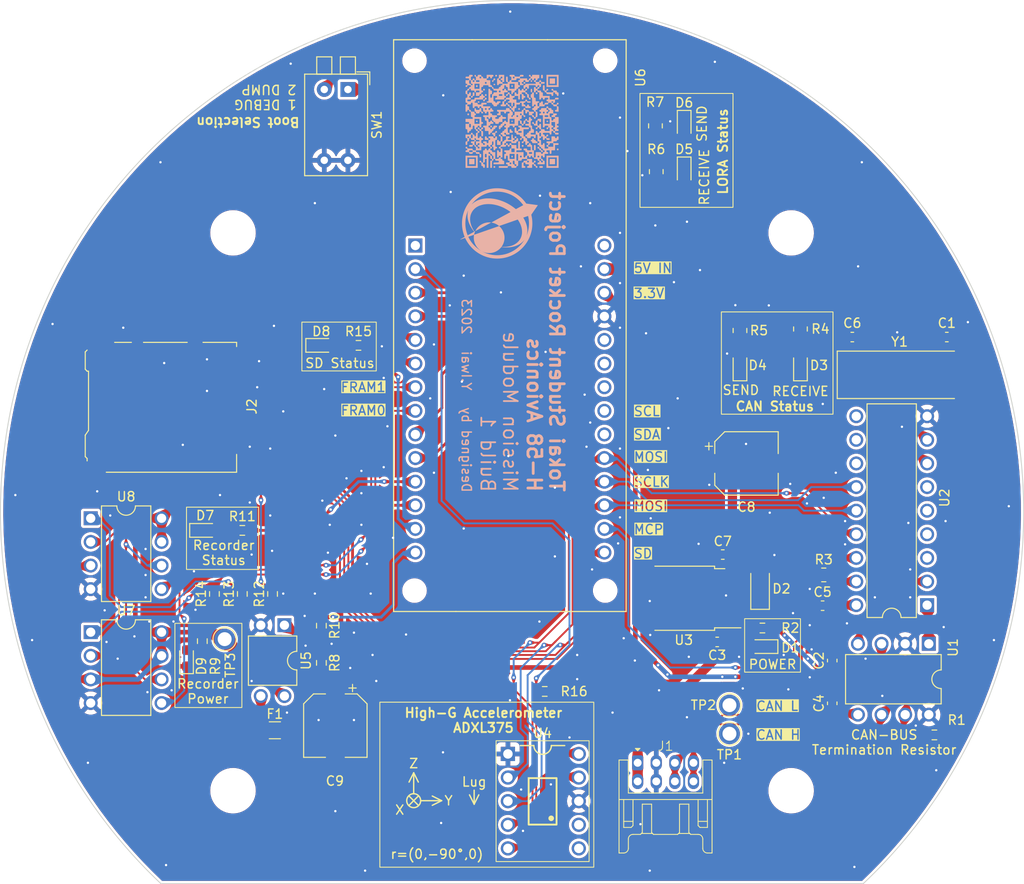
<source format=kicad_pcb>
(kicad_pcb (version 20221018) (generator pcbnew)
  (layers (0 "F.Cu" signal) (31 "B.Cu" signal) (34 "B.Paste" user) (35 "F.Paste" user) (36 "B.SilkS" user "B.Silkscreen") (37 "F.SilkS" user "F.Silkscreen") (38 "B.Mask" user) (39 "F.Mask" user) (44 "Edge.Cuts" user))
  (net 0 "")
  (net 1 "CAN_H")
  (net 2 "GND")
  (net 3 "+5V")
  (net 4 "CAN_L")
  (net 5 "+3.3V")
  (net 6 "CAN_TX")
  (net 7 "CAN_RX")
  (net 8 "OSC1")
  (net 9 "OSC2")
  (net 10 "SPI_CS_MCP")
  (net 11 "SPI_MOSI")
  (net 12 "SPI_SCLK")
  (net 13 "SPI_MISO")
  (net 14 "Net-(D1-A)")
  (net 15 "Net-(F1-Pad2)")
  (net 16 "Net-(D9-A)")
  (net 17 "SPI_CS_SD")
  (net 18 "MEMORY_POWER")
  (net 21 "Net-(D3-A)")
  (net 23 "MEMORY_POWER_CONTROL")
  (net 24 "Net-(D4-A)")
  (net 25 "Net-(U2-~RESET)")
  (net 26 "Net-(R10-Pad2)")
  (net 33 "SPI_CS_ADXL")
  (net 35 "Net-(D5-A)")
  (net 36 "SD_CHECK")
  (net 38 "SPI_CS_FRAM1")
  (net 39 "SPI_CS_FRAM0")
  (net 40 "CAN_RECEIVE_STATUS")
  (net 41 "CAN_SEND_STATUS")
  (net 42 "RECORD_STATUS")
  (net 43 "SD_STATUS")
  (net 44 "DEBUG_MODE")
  (net 45 "DUMP_MODE")
  (net 53 "Net-(D6-A)")
  (net 54 "Net-(D7-A)")
  (net 55 "Net-(D8-A)")
  (net 56 "LORA_RECEIVE_STATUS")
  (net 57 "LORA_SEND_STATUS")
  (net 58 "+12V")
  (footprint "Fuse:Fuse_1206_3216Metric_Pad1.42x1.75mm_HandSolder" (layer "F.Cu") (at 123 128.5 180)
    (fp_text reference "F1")
    (fp_text value "Polyfuse")
  )
  (footprint "Resistor_SMD:R_0603_1608Metric_Pad0.98x0.95mm_HandSolder" (layer "F.Cu") (at 119.5 107 180)
    (fp_text reference "R11")
    (fp_text value "300Ω")
  )
  (footprint "Resistor_SMD:R_0603_1608Metric_Pad0.98x0.95mm_HandSolder" (layer "F.Cu") (at 152.0095 124.323432 180)
    (fp_text reference "R16")
    (fp_text value "4.7kΩ")
  )
  (footprint "MountingHole:MountingHole_4.5mm" (layer "F.Cu") (at 178.5 75)
    (fp_text reference "REF**" hide)
    (fp_text value "MountingHole_4.5mm" hide)
  )
  (footprint "Connector_Pin:Pin_D1.0mm_L10.0mm" (layer "F.Cu") (at 171.868 128.875432)
    (fp_text reference "TP1")
    (fp_text value "TestPoint")
  )
  (footprint "Resistor_SMD:R_0805_2012Metric_Pad1.20x1.40mm_HandSolder" (layer "F.Cu") (at 163.9125 63.4875 -90)
    (fp_text reference "R7")
    (fp_text value "100Ω")
  )
  (footprint "Capacitor_SMD:C_0603_1608Metric_Pad1.08x0.95mm_HandSolder" (layer "F.Cu") (at 185.076 86.203432)
    (fp_text reference "C6")
    (fp_text value "15pF")
  )
  (footprint "Capacitor_SMD:C_0603_1608Metric_Pad1.08x0.95mm_HandSolder" (layer "F.Cu") (at 182.917 121.001432 90)
    (fp_text reference "C2")
    (fp_text value "0.1μF")
  )
  (footprint "Resistor_SMD:R_0603_1608Metric_Pad0.98x0.95mm_HandSolder" (layer "F.Cu") (at 122.75 113.8375 90)
    (fp_text reference "R12")
    (fp_text value "4.7kΩ")
  )
  (footprint "Resistor_SMD:R_0805_2012Metric_Pad1.20x1.40mm_HandSolder" (layer "F.Cu") (at 182.0075 111.79)
    (fp_text reference "R3")
    (fp_text value "10kΩ")
  )
  (footprint "LED_SMD:LED_0603_1608Metric_Pad1.05x0.95mm_HandSolder" (layer "F.Cu") (at 167 68.5 -90)
    (fp_text reference "D5")
    (fp_text value "ORANGE")
  )
  (footprint "Connector_Pin:Pin_D1.0mm_L10.0mm" (layer "F.Cu") (at 117.6 118.699432)
    (fp_text reference "TP3")
    (fp_text value "TestPoint")
  )
  (footprint "Package_DIP:DIP-8_W7.62mm" (layer "F.Cu") (at 103.2 105.7)
    (fp_text reference "U8")
    (fp_text value "MB85RS2MT")
  )
  (footprint "Connector_Pin:Pin_D1.0mm_L10.0mm" (layer "F.Cu") (at 171.868 125.799432)
    (fp_text reference "TP2")
    (fp_text value "TestPoint")
  )
  (footprint "LED_SMD:LED_0603_1608Metric_Pad1.05x0.95mm_HandSolder" (layer "F.Cu") (at 179.5 89.25 90)
    (fp_text reference "D3")
    (fp_text value "ORANGE")
  )
  (footprint "Package_DIP:DIP-4_W7.62mm" (layer "F.Cu") (at 124.025 117.2 -90)
    (fp_text reference "U5")
    (fp_text value "TLP222A")
  )
  (footprint "Resistor_SMD:R_0603_1608Metric_Pad0.98x0.95mm_HandSolder" (layer "F.Cu") (at 131.9875 87.099432 180)
    (fp_text reference "R15")
    (fp_text value "300Ω")
  )
  (footprint "Capacitor_SMD:CP_Elec_6.3x5.9" (layer "F.Cu") (at 173.7 99.799432)
    (fp_text reference "C8")
    (fp_text value "47μF")
  )
  (footprint "Resistor_SMD:R_0805_2012Metric_Pad1.20x1.40mm_HandSolder" (layer "F.Cu") (at 164 68.4125 -90)
    (fp_text reference "R6")
    (fp_text value "100Ω")
  )
  (footprint "Resistor_SMD:R_0603_1608Metric_Pad0.98x0.95mm_HandSolder" (layer "F.Cu") (at 128 121.25 -90)
    (fp_text reference "R8")
    (fp_text value "120Ω")
  )
  (footprint "Resistor_SMD:R_0805_2012Metric_Pad1.20x1.40mm_HandSolder" (layer "F.Cu") (at 179.5 85.3375 -90)
    (fp_text reference "R4")
    (fp_text value "100Ω")
  )
  (footprint "LED_SMD:LED_0603_1608Metric_Pad1.05x0.95mm_HandSolder" (layer "F.Cu") (at 167 63.4875 -90)
    (fp_text reference "D6")
    (fp_text value "ORANGE")
  )
  (footprint "Resistor_SMD:R_0603_1608Metric_Pad0.98x0.95mm_HandSolder" (layer "F.Cu") (at 119.5 113.8375 90)
    (fp_text reference "R13")
    (fp_text value "4.7kΩ")
  )
  (footprint "LED_SMD:LED_0603_1608Metric_Pad1.05x0.95mm_HandSolder" (layer "F.Cu") (at 173 89.25 90)
    (fp_text reference "D4")
    (fp_text value "ORANGE")
  )
  (footprint "Crystal:Crystal_SMD_HC49-SD" (layer "F.Cu") (at 190.156 90.267432)
    (fp_text reference "Y1")
    (fp_text value "8MHz")
  )
  (footprint "StrawberryLinux_ADXL375_Module:ADXL375" (layer "F.Cu") (at 151.782 129.625932)
    (fp_text reference "U4")
    (fp_text value "~")
  )
  (footprint "Resistor_SMD:R_0603_1608Metric_Pad0.98x0.95mm_HandSolder" (layer "F.Cu") (at 116.5 113.8375 90)
    (fp_text reference "R14")
    (fp_text value "4.7kΩ")
  )
  (footprint "LED_SMD:LED_0603_1608Metric_Pad1.05x0.95mm_HandSolder" (layer "F.Cu") (at 175.4125 119.5 180)
    (fp_text reference "D1")
    (fp_text value "RED")
  )
  (footprint "MountingHole:MountingHole_4.5mm" (layer "F.Cu") (at 118.5 135)
    (fp_text reference "REF**" hide)
    (fp_text value "MountingHole_4.5mm" hide)
  )
  (footprint "Package_DIP:DIP-8_W7.62mm" (layer "F.Cu") (at 193.3 119.2 -90)
    (fp_text reference "U1")
    (fp_text value "MCP2562-E-P")
  )
  (footprint "Button_Switch_THT:SW_DIP_SPSTx02_Piano_10.8x6.64mm_W7.62mm_P2.54mm" (layer "F.Cu") (at 130.85 59.574432 -90)
    (fp_text reference "SW1")
    (fp_text value "SW_DIP_x02")
  )
  (footprint "ABX00012:ARDUINO_ABX00012" (layer "F.Cu") (at 135.7625 54.225 -90)
    (fp_text reference "U6")
    (fp_text value "ABX00012")
  )
  (footprint "Package_TO_SOT_SMD:TO-252-2" (layer "F.Cu") (at 166.96 114.299432 180)
    (fp_text reference "U3")
    (fp_text value "NJM7805SDL1")
  )
  (footprint "Capacitor_SMD:C_0603_1608Metric_Pad1.08x0.95mm_HandSolder" (layer "F.Cu") (at 171.15 109.599432 180)
    (fp_text reference "C7")
    (fp_text value "0.1μF")
  )
  (footprint "MountingHole:MountingHole_4.5mm" (layer "F.Cu") (at 178.5 135)
    (fp_text reference "REF**" hide)
    (fp_text value "MountingHole_4.5mm" hide)
  )
  (footprint "Capacitor_SMD:C_0603_1608Metric_Pad1.08x0.95mm_HandSolder" (layer "F.Cu") (at 170.55 118.999432 180)
    (fp_text reference "C3")
    (fp_text value "10μF")
  )
  (footprint "LED_SMD:LED_0603_1608Metric_Pad1.05x0.95mm_HandSolder" (layer "F.Cu") (at 115.5 107)
    (fp_text reference "D7")
    (fp_text value "GREEN")
  )
  (footprint "Capacitor_SMD:CP_Elec_6.3x5.9" (layer "F.Cu") (at 129.5 128 -90)
    (fp_text reference "C9")
    (fp_text value "47μF")
  )
  (footprint "Package_DIP:DIP-8_W7.62mm" (layer "F.Cu") (at 103.2 117.95)
    (fp_text reference "U7")
    (fp_text value "MB85RS2MT")
  )
  (footprint "Diode_SMD:D_SOD-123F" (layer "F.Cu") (at 175.160306 113.28 90)
    (fp_text reference "D2")
    (fp_text value "1N4007")
  )
  (footprint "Resistor_SMD:R_0603_1608Metric_Pad0.98x0.95mm_HandSolder" (layer "F.Cu") (at 175.4125 117.5 180)
    (fp_text reference "R2")
    (fp_text value "620Ω")
  )
  (footprint "Capacitor_SMD:C_0603_1608Metric_Pad1.08x0.95mm_HandSolder" (layer "F.Cu") (at 182.917 125.6 90)
    (fp_text reference "C4")
    (fp_text value "0.1μF")
  )
  (footprint "Resistor_SMD:R_0603_1608Metric_Pad0.98x0.95mm_HandSolder" (layer "F.Cu") (at 193.9 129)
    (fp_text reference "R1")
    (fp_text value "120Ω")
  )
  (footprint "MountingHole:MountingHole_4.5mm" (layer "F.Cu") (at 118.5 75)
    (fp_text reference "REF**" hide)
    (fp_text value "MountingHole_4.5mm" hide)
  )
  (footprint "Capacitor_SMD:C_0603_1608Metric_Pad1.08x0.95mm_HandSolder" (layer "F.Cu") (at 195.236 86.203432 180)
    (fp_text reference "C1")
    (fp_text value "15pF")
  )
  (footprint "LED_SMD:LED_0603_1608Metric_Pad1.05x0.95mm_HandSolder" (layer "F.Cu") (at 127.9875 87.099432)
    (fp_text reference "D8")
    (fp_text value "GREEN")
  )
  (footprint "LED_SMD:LED_0603_1608Metric_Pad1.05x0.95mm_HandSolder" (layer "F.Cu") (at 113.5 120.75 90)
    (fp_text reference "D9")
    (fp_text value "RED")
  )
  (footprint "Resistor_SMD:R_0603_1608Metric_Pad0.98x0.95mm_HandSolder" (layer "F.Cu") (at 128 117.25 -90)
    (fp_text reference "R10")
    (fp_text value "120Ω")
  )
  (footprint "Connector_Card:microSD_HC_Hirose_DM3AT-SF-PEJM5" (layer "F.Cu") (at 111 93.75 -90)
    (fp_text reference "J2")
    (fp_text value "Micro_SD_Card_Det_Hirose_DM3AT")
  )
  (footprint "Capacitor_SMD:C_0603_1608Metric_Pad1.08x0.95mm_HandSolder" (layer "F.Cu") (at 181.8825 115.1 180)
    (fp_text reference "C5")
    (fp_text value "0.1μF")
  )
  (footprint "Package_DIP:DIP-18_W7.62mm" (layer "F.Cu") (at 193.12 115.04 180)
    (fp_text reference "U2")
    (fp_text value "MCP2515-I/P")
  )
  (footprint "Resistor_SMD:R_0805_2012Metric_Pad1.20x1.40mm_HandSolder" (layer "F.Cu") (at 173 85.5 -90)
    (fp_text reference "R5")
    (fp_text value "100Ω")
  )
  (footprint "Resistor_SMD:R_0603_1608Metric_Pad0.98x0.95mm_HandSolder" (layer "F.Cu") (at 115.2 118.9125 -90)
    (fp_text reference "R9")
    (fp_text value "300Ω")
  )
  (footprint "Hirose_Connector:Hirose_DF11B-8DP-2DS" (layer "F.Cu") (at 162 132)
    (fp_text reference "J1")
    (fp_text value "Conn_01x08")
  )
  (footprint "LOGO" (layer "B.Cu") (at 147 74 90)
    (fp_text reference "G***" hide)
    (fp_text value "LOGO" hide)
  )
  (footprint "LOGO" (layer "B.Cu") (at 148.5 63 90)
    (fp_text reference "G***" hide)
    (fp_text value "LOGO" hide)
  )
  (gr_rect (start 162.25 60) (end 172.25 72.25) (stroke (width 0.1)) (fill none) (layer "F.SilkS"))
  (gr_line (start 140.922 136.073432) (end 139.922 135.573432) (stroke (width 0.15)) (layer "F.SilkS"))
  (gr_rect (start 171 83.5) (end 183 94.5) (stroke (width 0.1)) (fill none) (layer "F.SilkS"))
  (gr_line (start 137.922 135.323432) (end 137.922 133.073432) (stroke (width 0.15)) (layer "F.SilkS"))
  (gr_rect (start 173.5 116.5) (end 179.5 122.25) (stroke (width 0.1)) (fill none) (layer "F.SilkS"))
  (gr_line (start 152.72 130.146864) (end 154.157 130.146864) (stroke (width 0.15)) (layer "F.SilkS"))
  (gr_line (start 150.844 130.146864) (end 149.407 130.146864) (stroke (width 0.15)) (layer "F.SilkS"))
  (gr_line (start 144.422 136.448432) (end 143.922 135.448432) (stroke (width 0.15)) (layer "F.SilkS"))
  (gr_rect (start 113.5 104.5) (end 121.25 111.2) (stroke (width 0.1)) (fill none) (layer "F.SilkS"))
  (gr_line (start 144.422 134.948432) (end 144.422 136.448432) (stroke (width 0.15)) (layer "F.SilkS"))
  (gr_line (start 144.422 136.448432) (end 144.922 135.448432) (stroke (width 0.15)) (layer "F.SilkS"))
  (gr_line (start 140.922 136.073432) (end 139.922 136.573432) (stroke (width 0.15)) (layer "F.SilkS"))
  (gr_line (start 137.922 133.073432) (end 138.422 134.073432) (stroke (width 0.15)) (layer "F.SilkS"))
  (gr_rect (start 112.25 117) (end 119.45 126.05) (stroke (width 0.1)) (fill none) (layer "F.SilkS"))
  (gr_rect (start 150.282 133.646864) (end 153.282 138.646864) (stroke (width 0.2)) (fill none) (layer "F.SilkS"))
  (gr_circle (center 152.704 137.970296) (end 152.904 137.970296) (stroke (width 0.2)) (fill solid) (layer "F.SilkS"))
  (gr_line (start 137.422 135.573432) (end 138.422 136.573432) (stroke (width 0.15)) (layer "F.SilkS"))
  (gr_rect (start 134.282 125.480932) (end 157.282 143.230932) (stroke (width 0.1)) (fill none) (layer "F.SilkS"))
  (gr_line (start 137.922 133.073432) (end 137.422 134.073432) (stroke (width 0.15)) (layer "F.SilkS"))
  (gr_line (start 138.672 136.073432) (end 140.922 136.073432) (stroke (width 0.15)) (layer "F.SilkS"))
  (gr_circle (center 137.922 136.073432) (end 138.672 136.073432) (stroke (width 0.15)) (fill none) (layer "F.SilkS"))
  (gr_arc (start 152.72 130.146864) (mid 151.782 131.084864) (end 150.844 130.146864) (stroke (width 0.15)) (layer "F.SilkS"))
  (gr_rect (start 125.9 84.599432) (end 133.9 89.849432) (stroke (width 0.1)) (fill none) (layer "F.SilkS"))
  (gr_line (start 138.422 135.573432) (end 137.422 136.573432) (stroke (width 0.15)) (layer "F.SilkS"))
  (gr_arc locked (start 110.75 145) (mid 148.5 49.999432) (end 186.25 145) (stroke (width 0.1)) (layer "Edge.Cuts"))
  (gr_line locked (start 186.25 145) (end 110.75 145) (stroke (width 0.1)) (layer "Edge.Cuts"))
  (gr_text "Designed by 　Y.Iwai 　2023" (at 143 103 270) (layer "B.SilkS") (effects (font (size 1 1) (thickness 0.153)) (justify left bottom mirror)))
  (gr_text "Mission Module\nBuild 1" (at 145 103 270) (layer "B.SilkS") (effects (font (size 1.5 1.5) (thickness 0.1875)) (justify left bottom mirror)))
  (gr_text "Tokai Student Rocket Poject\nH-58 Avionics" (at 150 103 270) (layer "B.SilkS") (effects (font (size 1.5 1.5) (thickness 0.3) bold) (justify left bottom mirror)))
  (gr_text "Recorder\nStatus\n" (at 117.5 110.8) (layer "F.SilkS") (effects (font (size 1 1)) (justify bottom)))
  (gr_text "3.3V" (at 161.5 81.499432) (layer "F.SilkS" knockout) (effects (font (size 1 1) (thickness 0.153)) (justify left)))
  (gr_text "SDA" (at 161.5 96.699432) (layer "F.SilkS" knockout) (effects (font (size 1 1) (thickness 0.153)) (justify left)))
  (gr_text "CAN H" (at 174.662 128.999432) (layer "F.SilkS" knockout) (effects (font (size 1 1) (thickness 0.153)) (justify left)))
  (gr_text "r=(0,-90°,0)" (at 140.422 141.823432) (layer "F.SilkS") (effects (font (size 1 1))))
  (gr_text "SCLK" (at 161.5 101.799432) (layer "F.SilkS" knockout) (effects (font (size 1 1) (thickness 0.153)) (justify left)))
  (gr_text "SEND" (at 173.1 92.5) (layer "F.SilkS") (effects (font (size 1 1)) (justify bottom)))
  (gr_text "POWER" (at 176.5 122) (layer "F.SilkS") (effects (font (size 1 1)) (justify bottom)))
  (gr_text "SEND" (at 169.5 63.25 90) (layer "F.SilkS") (effects (font (size 1 1)) (justify bottom)))
  (gr_text "RECEIVE" (at 179.5 92.625) (layer "F.SilkS") (effects (font (size 1 1)) (justify bottom)))
  (gr_text "MCP" (at 161.5 106.899432) (layer "F.SilkS" knockout) (effects (font (size 1 1) (thickness 0.153)) (justify left)))
  (gr_text "Z" (at 137.922 132.073432) (layer "F.SilkS") (effects (font (size 1 1))))
  (gr_text "MOSI" (at 161.5 104.399432) (layer "F.SilkS" knockout) (effects (font (size 1 1) (thickness 0.153)) (justify left)))
  (gr_text "1 DEBUG\n2 DUMP" (at 125.4 58.999432 180) (layer "F.SilkS") (effects (font (size 1 1) (thickness 0.153)) (justify left bottom)))
  (gr_text "RECEIVE" (at 169.75 69 90) (layer "F.SilkS") (effects (font (size 1 1)) (justify bottom)))
  (gr_text "LORA Status" (at 171.75 66.25 90) (layer "F.SilkS") (effects (font (size 1 1) (thickness 0.2) bold) (justify bottom)))
  (gr_text "High-G Accelerometer\nADXL375" (at 145.422 128.823432) (layer "F.SilkS") (effects (font (size 1 1) (thickness 0.2) bold) (justify bottom)))
  (gr_text "Y" (at 141.672 136.073432) (layer "F.SilkS") (effects (font (size 1 1))))
  (gr_text "CAN-BUS\nTermination Resistor" (at 188.5 129.8) (layer "F.SilkS") (effects (font (size 1 1) (thickness 0.153))))
  (gr_text "FRAM0" (at 135 94.099432) (layer "F.SilkS" knockout) (effects (font (size 1 1) (thickness 0.153)) (justify right)))
  (gr_text "SCL" (at 161.5 94.199432) (layer "F.SilkS" knockout) (effects (font (size 1 1) (thickness 0.153)) (justify left)))
  (gr_text "FRAM1" (at 135 91.599432) (layer "F.SilkS" knockout) (effects (font (size 1 1) (thickness 0.153)) (justify right)))
  (gr_text "SD" (at 161.5 109.499432) (layer "F.SilkS" knockout) (effects (font (size 1 1) (thickness 0.153)) (justify left)))
  (gr_text "MOSI" (at 161.5 99.099432) (layer "F.SilkS" knockout) (effects (font (size 1 1) (thickness 0.153)) (justify left)))
  (gr_text "X" (at 136.422 137.073432) (layer "F.SilkS") (effects (font (size 1 1))))
  (gr_text "5V IN" (at 161.5 78.799432) (layer "F.SilkS" knockout) (effects (font (size 1 1) (thickness 0.153)) (justify left)))
  (gr_text "Boot Selection\n" (at 120.1 62.499432 180) (layer "F.SilkS") (effects (font (size 1 1) (thickness 0.2) bold) (justify bottom)))
  (gr_text "Lug" (at 144.422 134.048432) (layer "F.SilkS") (effects (font (size 1 1))))
  (gr_text "CAN Status" (at 176.75 94.25) (layer "F.SilkS") (effects (font (size 1 1) (thickness 0.2) bold) (justify bottom)))
  (gr_text "SD Status\n" (at 129.9875 89.599432) (layer "F.SilkS") (effects (font (size 1 1)) (justify bottom)))
  (gr_text "Recorder\nPower" (at 115.8 125.699432) (layer "F.SilkS") (effects (font (size 1 1)) (justify bottom)))
  (gr_text "CAN L" (at 174.662 125.899432) (layer "F.SilkS" knockout) (effects (font (size 1 1) (thickness 0.153)) (justify left)))
  (segment (start 170.706254 127.859432) (end 168 130.565686) (width 0.2) (layer "F.Cu") (net 1))
  (segment (start 190.76 127.94) (end 189.2 129.5) (width 0.2) (layer "F.Cu") (net 1))
  (segment (start 191.3 125.2) (end 194.3 125.2) (width 0.2) (layer "F.Cu") (net 1))
  (segment (start 195.1 127.2) (end 193.3 129) (width 0.2) (layer "F.Cu") (net 1))
  (segment (start 177.006882 129.5) (end 175.366314 127.859432) (width 0.2) (layer "F.Cu") (net 1))
  (segment (start 168 132) (end 168 134) (width 0.2) (layer "F.Cu") (net 1))
  (segment (start 195.1 126) (end 195.1 127.2) (width 0.2) (layer "F.Cu") (net 1))
  (segment (start 190.76 125.74) (end 191.3 125.2) (width 0.2) (layer "F.Cu") (net 1))
  (segment (start 175.366314 127.859432) (end 170.706254 127.859432) (width 0.2) (layer "F.Cu") (net 1))
  (segment (start 189.2 129.5) (end 177.006882 129.5) (width 0.2) (layer "F.Cu") (net 1))
  (segment (start 168 130.565686) (end 168 132) (width 0.2) (layer "F.Cu") (net 1))
  (segment (start 190.76 126.82) (end 190.76 125.74) (width 0.2) (layer "F.Cu") (net 1))
  (segment (start 190.76 126.82) (end 190.76 127.94) (width 0.2) (layer "F.Cu") (net 1))
  (segment (start 194.3 125.2) (end 195.1 126) (width 0.2) (layer "F.Cu") (net 1))
  (via (at 164.3 124.2) (size 0.51) (drill 0.25) (layers "F.Cu" "B.Cu") (net 2))
  (via (at 170.3 56.6) (size 0.51) (drill 0.25) (layers "F.Cu" "B.Cu") (net 2))
  (via (at 172.503 82.774432) (size 0.51) (drill 0.25) (layers "F.Cu" "B.Cu") (net 2))
  (via (at 109.1 111.8) (size 0.51) (drill 0.25) (layers "F.Cu" "B.Cu") (net 2))
  (via (at 152.672 134.323432) (size 0.51) (drill 0.25) (layers "F.Cu" "B.Cu") (net 2))
  (via (at 126.3 119.4) (size 0.51) (drill 0.25) (layers "F.Cu" "B.Cu") (net 2))
  (via (at 102.9 132) (size 0.51) (drill 0.25) (layers "F.Cu" "B.Cu") (net 2))
  (via (at 111.1 89) (size 0.51) (drill 0.25) (layers "F.Cu" "B.Cu") (net 2))
  (via (at 140.1 87) (size 0.51) (drill 0.25) (layers "F.Cu" "B.Cu") (net 2))
  (via (at 160.1 105.6) (size 0.51) (drill 0.25) (layers "F.Cu" "B.Cu") (net 2))
  (via (at 143.3 79.6) (size 0.51) (drill 0.25) (layers "F.Cu" "B.Cu") (net 2))
  (via (at 160.5 118.6) (size 0.51) (drill 0.25) (layers "F.Cu" "B.Cu") (net 2))
  (via (at 155.9 78.6) (size 0.51) (drill 0.25) (layers "F.Cu" "B.Cu") (net 2))
  (via (at 132.3 106.4) (size 0.51) (drill 0.25) (layers "F.Cu" "B.Cu") (net 2))
  (via (at 169.7 102.099432) (size 0.51) (drill 0.25) (layers "F.Cu" "B.Cu") (net 2))
  (via (at 129.5 96.8) (size 0.51) (drill 0.25) (layers "F.Cu" "B.Cu") (net 2))
  (via (at 132.3 103) (size 0.51) (drill 0.25) (layers "F.Cu" "B.Cu") (net 2))
  (via (at 141.1 60.2) (size 0.51) (drill 0.25) (layers "F.Cu" "B.Cu") (net 2))
  (via (at 134.7 100.2) (size 0.51) (drill 0.25) (layers "F.Cu" "B.Cu") (net 2))
  (via (at 165.9 80.299432) (size 0.51) (drill 0.25) (layers "F.Cu" "B.Cu") (net 2))
  (via (at 104.7 115.6) (size 0.51) (drill 0.25) (layers "F.Cu" "B.Cu") (net 2))
  (via (at 173.65 97.699432) (size 0.51) (drill 0.25) (layers "F.Cu" "B.Cu") (net 2))
  (via (at 121.1 91.6) (size 0.51) (drill 0.25) (layers "F.Cu" "B.Cu") (net 2))
  (via (at 124.3 126.6) (size 0.51) (drill 0.25) (layers "F.Cu" "B.Cu") (net 2))
  (via (at 163.1 100.499432) (size 0.51) (drill 0.25) (layers "F.Cu" "B.Cu") (net 2))
  (via (at 110.7 67.4) (size 0.51) (drill 0.25) (layers "F.Cu" "B.Cu") (net 2))
  (via (at 184.3 106) (size 0.51) (drill 0.25) (layers "F.Cu" "B.Cu") (net 2))
  (via (at 163.4 105.699432) (size 0.51) (drill 0.25) (layers "F.Cu" "B.Cu") (net 2))
  (via (at 161.7 121) (size 0.51) (drill 0.25) (layers "F.Cu" "B.Cu") (net 2))
  (via (at 111.9 124.2) (size 0.51) (drill 0.25) (layers "F.Cu" "B.Cu") (net 2))
  (via (at 131.5 127.4) (size 0.51) (drill 0.25) (layers "F.Cu" "B.Cu") (net 2))
  (via (at 155.5 123) (size 0.51) (drill 0.25) (layers "F.Cu" "B.Cu") (net 2))
  (via (at 148.272 125.273432) (size 0.51) (drill 0.25) (layers "F.Cu" "B.Cu") (net 2))
  (via (at 141.072 130.873432) (size 0.51) (drill 0.25) (layers "F.Cu" "B.Cu") (net 2))
  (via (at 159.9 108.4) (size 0.51) (drill 0.25) (layers "F.Cu" "B.Cu") (net 2))
  (via (at 151.439091 116.806341) (size 0.51) (drill 0.25) (layers "F.Cu" "B.Cu") (net 2))
  (via (at 114.464 115.540432) (size 0.51) (drill 0.25) (layers "F.Cu" "B.Cu") (net 2))
  (via (at 137.1 118.2) (size 0.51) (drill 0.25) (layers "F.Cu" "B.Cu") (net 2))
  (via (at 160.1 80.4) (size 0.51) (drill 0.25) (layers "F.Cu" "B.Cu") (net 2))
  (via (at 160.1 85.2) (size 0.51) (drill 0.25) (layers "F.Cu" "B.Cu") (net 2))
  (via (at 96.9 118.8) (size 0.51) (drill 0.25) (layers "F.Cu" "B.Cu") (net 2))
  (via (at 143.1 91) (size 0.51) (drill 0.25) (layers "F.Cu" "B.Cu") (net 2))
  (via (at 109.1 109) (size 0.51) (drill 0.25) (layers "F.Cu" "B.Cu") (net 2))
  (via (at 114.3 111.4) (size 0.51) (drill 0.25) (layers "F.Cu" "B.Cu") (net 2))
  (via (at 186.1 67.4) (size 0.51) (drill 0.25) (layers "F.Cu" "B.Cu") (net 2))
  (via (at 187.5 114.2) (size 0.51) (drill 0.25) (layers "F.Cu" "B.Cu") (net 2))
  (via (at 182 103.499432) (size 0.51) (drill 0.25) (layers "F.Cu" "B.Cu") (net 2))
  (via (at 167.3 73.8) (size 0.51) (drill 0.25) (layers "F.Cu" "B.Cu") (net 2))
  (via (at 180.5 113.299432) (size 0.51) (drill 0.25) (layers "F.Cu" "B.Cu") (net 2))
  (via (at 160.1 75) (size 0.51) (drill 0.25) (layers "F.Cu" "B.Cu") (net 2))
  (via (at 121.3 88.8) (size 0.51) (drill 0.25) (layers "F.Cu" "B.Cu") (net 2))
  (via (at 115.7 88.6) (size 0.51) (drill 0.25) (layers "F.Cu" "B.Cu") (net 2))
  (via (at 133.3 113.8) (size 0.51) (drill 0.25) (layers "F.Cu" "B.Cu") (net 2))
  (via (at 135.1 95.8) (size 0.51) (drill 0.25) (layers "F.Cu" "B.Cu") (net 2))
  (via (at 135.7 107.8) (size 0.51) (drill 0.25) (layers "F.Cu" "B.Cu") (net 2))
  (via (at 194.9 117.4) (size 0.51) (drill 0.25) (layers "F.Cu" "B.Cu") (net 2))
  (via (at 165.5 63) (size 0.51) (drill 0.25) (layers "F.Cu" "B.Cu") (net 2))
  (via (at 156.3 92.4) (size 0.51) (drill 0.25) (layers "F.Cu" "B.Cu") (net 2))
  (via (at 168.7 79) (size 0.51) (drill 0.25) (layers "F.Cu" "B.Cu") (net 2))
  (via (at 185.7 78.6) (size 0.51) (drill 0.25) (layers "F.Cu" "B.Cu") (net 2))
  (via (at 151.5 71) (size 0.51) (drill 0.25) (layers "F.Cu" "B.Cu") (net 2))
  (via (at 195.1 106) (size 0.51) (drill 0.25) (layers "F.Cu" "B.Cu") (net 2))
  (via (at 128.7 109.4) (size 0.51) (drill 0.25) (layers "F.Cu" "B.Cu") (net 2))
  (via (at 128.9 106.4) (size 0.51) (drill 0.25) (layers "F.Cu" "B.Cu") (net 2))
  (via (at 109.5 116.8) (size 0.51) (drill 0.25) (layers "F.Cu" "B.Cu") (net 2))
  (via (at 201.9 104.4) (size 0.51) (drill 0.25) (layers "F.Cu" "B.Cu") (net 2))
  (via (at 200.3 118.8) (size 0.51) (drill 0.25) (layers "F.Cu" "B.Cu") (net 2))
  (via (at 165.3 95.999432) (size 0.51) (drill 0.25) (layers "F.Cu" "B.Cu") (net 2))
  (via (at 140.872 138.473432) (size 0.51) (drill 0.25) (layers "F.Cu" "B.Cu") (net 2))
  (via (at 99.1 84.8) (size 0.51) (drill 0.25) (layers "F.Cu" "B.Cu") (net 2))
  (via (at 106.7 85.2) (size 0.51) (drill 0.25) (layers "F.Cu" "B.Cu") (net 2))
  (via (at 113.1 97.8) (size 0.51) (drill 0.25) (layers "F.Cu" "B.Cu") (net 2))
  (via (at 197.5 84.6) (size 0.51) (drill 0.25) (layers "F.Cu" "B.Cu") (net 2))
  (via (at 177.7 120.4) (size 0.51) (drill 0.25) (layers "F.Cu" "B.Cu") (net 2))
  (via (at 184.3 108.499432) (size 0.51) (drill 0.25) (layers "F.Cu" "B.Cu") (net 2))
  (via (at 155.5 120.4) (size 0.51) (drill 0.25) (layers "F.Cu" "B.Cu") (net 2))
  (via (at 176.2 105.099432) (size 0.51) (drill 0.25) (layers "F.Cu" "B.Cu") (net 2))
  (via (at 141.8 82.799432) (size 0.51) (drill 0.25) (layers "F.Cu" "B.Cu") (net 2))
  (via (at 128.1 103.8) (size 0.51) (drill 0.25) (layers "F.Cu" "B.Cu") (net 2))
  (via (at 162.5 68.8) (size 0.51) (drill 0.25) (layers "F.Cu" "B.Cu") (net 2))
  (via (at 153.1 109.8) (size 0.51) (drill 0.25) (layers "F.Cu" "B.Cu") (net 2))
  (via (at 130.7 101.4) (size 0.51) (drill 0.25) (layers "F.Cu" "B.Cu") (net 2))
  (via (at 163.9 74.2) (size 0.51) (drill 0.25) (layers "F.Cu" "B.Cu") (net 2))
  (via (at 191.9 128) (size 0.51) (drill 0.25) (layers "F.Cu" "B.Cu") (net 2))
  (via (at 123.9 113.8) (size 0.51) (drill 0.25) (layers "F.Cu" "B.Cu") (net 2))
  (via (at 154 60) (size 0.51) (drill 0.25) (layers "F.Cu" "B.Cu") (net 2))
  (via (at 129.1 119.2) (size 0.51) (drill 0.25) (layers "F.Cu" "B.Cu") (net 2))
  (via (at 154.672 129.273432) (size 0.51) (drill 0.25) (layers "F.Cu" "B.Cu") (net 2))
  (via (at 167.296 127.097432) (size 0.51) (drill 0.25) (layers "F.Cu" "B.Cu") (net 2))
  (via (at 133.9 123.2) (size 0.51) (drill 0.25) (layers "F.Cu" "B.Cu") (net 2))
  (via (at 143.3 106.8) (size 0.51) (drill 0.25) (layers "F.Cu" "B.Cu") (net 2))
  (via (at 171.3 131.999432) (size 0.51) (drill 0.25) (layers "F.Cu" "B.Cu") (net 2))
  (via (at 120.3 104) (size 0.51) (drill 0.25) (layers "F.Cu" "B.Cu") (net 2))
  (via (at 127.3 71.8) (size 0.51) (drill 0.25) (layers "F.Cu" "B.Cu") (net 2))
  (via (at 160.9 66.2) (size 0.51) (drill 0.25) (layers "F.Cu" "B.Cu") (net 2))
  (via (at 139.7 92.8) (size 0.51) (drill 0.25) (layers "F.Cu" "B.Cu") (net 2))
  (via (at 168.55 108.449432) (size 0.51) (drill 0.25) (layers "F.Cu" "B.Cu") (net 2))
  (via (at 127.3 113.8) (size 0.51) (drill 0.25) (layers "F.Cu" "B.Cu") (net 2))
  (via (at 180.7 119.8) (size 0.51) (drill 0.25) (layers "F.Cu" "B.Cu") (net 2))
  (via (at 162.9 85.8) (size 0.51) (drill 0.25) (layers "F.Cu" "B.Cu") (net 2))
  (via (at 153.1 102.4) (size 0.51) (drill 0.25) (layers "F.Cu" "B.Cu") (net 2))
  (via (at 127.7 127.4) (size 0.51) (drill 0.25) (layers "F.Cu" "B.Cu") (net 2))
  (via (at 111.3 143) (size 0.51) (drill 0.25) (layers "F.Cu" "B.Cu") (net 2))
  (via (at 162.3 138.6) (size 0.51) (drill 0.25) (layers "F.Cu" "B.Cu") (net 2))
  (via (at 173.3 124) (size 0.51) (drill 0.25) (layers "F.Cu" "B.Cu") (net 2))
  (via (at 194.1 132.8) (size 0.51) (drill 0.25) (layers "F.Cu" "B.Cu") (net 2))
  (via (at 156.5 98) (size 0.51) (drill 0.25) (layers "F.Cu" "B.Cu") (net 2))
  (via (at 181.9 93.4) (size 0.51) (drill 0.25) (layers "F.Cu" "B.Cu") (net 2))
  (via (at 133.5 120.4) (size 0.51) (drill 0.25) (layers "F.Cu" "B.Cu") (net 2))
  (via (at 172.9 120.6) (size 0.51) (drill 0.25) (layers "F.Cu" "B.Cu") (net 2))
  (via (at 122.9 85) (size 0.51) (drill 0.25) (layers "F.Cu" "B.Cu") (net 2))
  (via (at 173.9 128.875432) (size 0.51) (drill 0.25) (layers "F.Cu" "B.Cu") (net 2))
  (via (at 105.3 105.4) (size 0.51) (drill 0.25) (layers "F.Cu" "B.Cu") (net 2))
  (via (at 178.7 115.899432) (size 0.51) (drill 0.25) (layers "F.Cu" "B.Cu") (net 2))
  (via (at 117.1 103.2) (size 0.51) (drill 0.25) (layers "F.Cu" "B.Cu") (net 2))
  (via (at 163.3 114.6) (size 0.51) (drill 0.25) (layers "F.Cu" "B.Cu") (net 2))
  (via (at 180.5 122.8) (size 0.51) (drill 0.25) (layers "F.Cu" "B.Cu") (net 2))
  (via (at 107.9 118.4) (size 0.51) (drill 0.25) (layers "F.Cu" "B.Cu") (net 2))
  (via (at 141.9 70.6) (size 0.51) (drill 0.25) (layers "F.Cu" "B.Cu") (net 2))
  (via (at 122.5 105.4) (size 0.51) (drill 0.25) (layers "F.Cu" "B.Cu") (net 2))
  (via (at 120.5 109.6) (size 0.51) (drill 0.25) (layers "F.Cu" "B.Cu") (net 2))
  (via (at 124.7 56.8) (size 0.51) (drill 0.25) (layers "F.Cu" "B.Cu") (net 2))
  (via (at 178.2 124.099432) (size 0.51) (drill 0.25) (layers "F.Cu" "B.Cu") (net 2))
  (via (at 120.3 98) (size 0.51) (drill 0.25) (layers "F.Cu" "B.Cu") (net 2))
  (via (at 167.5 120.6) (size 0.51) (drill 0.25) (layers "F.Cu" "B.Cu") (net 2))
  (via (at 189.902 85.695432) (size 0.51) (drill 0.25) (layers "F.Cu" "B.Cu") (net 2))
  (via (at 131.5 118) (size 0.51) (drill 0.25) (layers "F.Cu" "B.Cu") (net 2))
  (via (at 184.5 117) (size 0.51) (drill 0.25) (layers "F.Cu" "B.Cu") (net 2))
  (via (at 140.1 100.8) (size 0.51) (drill 0.25) (layers "F.Cu" "B.Cu") (net 2))
  (via (at 171.614 87.981432) (size 0.51) (drill 0.25) (layers "F.Cu" "B.Cu") (net 2))
  (via (at 129.5 137.2) (size 0.51) (drill 0.25) (layers "F.Cu" "B.Cu") (net 2))
  (via (at 131.1 121.8) (size 0.51) (drill 0.25) (layers "F.Cu" "B.Cu") (net 2))
  (via (at 122.7 109.2) (size 0.51) (drill 0.25) (layers "F.Cu" "B.Cu") (net 2))
  (via (at 156.9 95.4) (size 0.51) (drill 0.25) (layers "F.Cu" "B.Cu") (net 2))
  (via (at 132.9 110.6) (size 0.51) (drill 0.25) (layers "F.Cu" "B.Cu") (net 2))
  (via (at 156.9 71.8) (size 0.51) (drill 0.25) (layers "F.Cu" "B.Cu") (net 2))
  (via (at 128.3 91.8) (size 0.51) (drill 0.25) (layers "F.Cu" "B.Cu") (net 2))
  (via (at 126.2 116.199432) (size 0.51) (drill 0.25) (layers "F.Cu" "B.Cu") (net 2))
  (via (at 191.1 106.2) (size 0.51) (drill 0.25) (layers "F.Cu" "B.Cu") (net 2))
  (via (at 159.3 126.6) (size 0.51) (drill 0.25) (layers "F.Cu" "B.Cu") (net 2))
  (via (at 176.1 82.8) (size 0.51) (drill 0.25) (layers "F.Cu" "B.Cu") (net 2))
  (via (at 180.2 104.099432) (size 0.51) (drill 0.25) (layers "F.Cu" "B.Cu") (net 2))
  (via (at 117.9 120.6) (size 0.51) (drill 0.25) (layers "F.Cu" "B.Cu") (net 2))
  (via (at 171.5 113.999432) (size 0.51) (drill 0.25) (layers "F.Cu" "B.Cu") (net 2))
  (via (at 132.7 143.6) (size 0.51) (drill 0.25) (layers "F.Cu" "B.Cu") (net 2))
  (via (at 152.1 87.8) (size 0.51) (drill 0.25) (layers "F.Cu" "B.Cu") (net 2))
  (via (at 180.5 117.199432) (size 0.51) (drill 0.25) (layers "F.Cu" "B.Cu") (net 2))
  (via (at 191.3 114.2) (size 0.51) (drill 0.25) (layers "F.Cu" "B.Cu") (net 2))
  (via (at 148.1 99) (size 0.51) (drill 0.25) (layers "F.Cu" "B.Cu") (net 2))
  (via (at 122.5 98.2) (size 0.51) (drill 0.25) (layers "F.Cu" "B.Cu") (net 2))
  (via (at 176.7 109.649432) (size 0.51) (drill 0.25) (layers "F.Cu" "B.Cu") (net 2))
  (via (at 134.5 87.2) (size 0.51) (drill 0.25) (layers "F.Cu" "B.Cu") (net 2))
  (via (at 115.7 92) (size 0.51) (drill 0.25) (layers "F.Cu" "B.Cu") (net 2))
  (via (at 157.1 111.2) (size 0.51) (drill 0.25) (layers "F.Cu" "B.Cu") (net 2))
  (via (at 163.3 143.6) (size 0.51) (drill 0.25) (layers "F.Cu" "B.Cu") (net 2))
  (via (at 123.9 94.2) (size 0.51) (drill 0.25) (layers "F.Cu" "B.Cu") (net 2))
  (via (at 147.3 81.4) (size 0.51) (drill 0.25) (layers "F.Cu" "B.Cu") (net 2))
  (via (at 134.7 90.6) (size 0.51) (drill 0.25) (layers "F.Cu" "B.Cu") (net 2))
  (via (at 178.4 101.999432) (size 0.51) (drill 0.25) (layers "F.Cu" "B.Cu") (net 2))
  (via (at 109.1 114.2) (size 0.51) (drill 0.25) (layers "F.Cu" "B.Cu") (net 2))
  (via (at 95.1 103.2) (size 0.51) (drill 0.25) (layers "F.Cu" "B.Cu") (net 2))
  (via (at 160.1 62.6) (size 0.51) (drill 0.25) (layers "F.Cu" "B.Cu") (net 2))
  (via (at 106.1 120.8) (size 0.51) (drill 0.25) (layers "F.Cu" "B.Cu") (net 2))
  (via (at 109.3 124.4) (size 0.51) (drill 0.25) (layers "F.Cu" "B.Cu") (net 2))
  (via (at 120.5 123.2) (size 0.51) (drill 0.25) (layers "F.Cu" "B.Cu") (net 2))
  (via (at 190.41 95.855432) (size 0.51) (drill 0.25) (layers "F.Cu" "B.Cu") (net 2))
  (via (at 188.3 124.8) (size 0.51) (drill 0.25) (layers "F.Cu" "B.Cu") (net 2))
  (via (at 112.1 116.8) (size 0.51) (drill 0.25) (layers "F.Cu" "B.Cu") (net 2))
  (via (at 104.9 119) (size 0.51) (drill 0.25) (layers "F.Cu" "B.Cu") (net 2))
  (via (at 191.3 111.2) (size 0.51) (drill 0.25) (layers "F.Cu" "B.Cu") (net 2))
  (via (at 160.1 98.2) (size 0.51) (drill 0.25) (layers "F.Cu" "B.Cu") (net 2))
  (via (at 148.3 51.2) (size 0.51) (drill 0.25) (layers "F.Cu" "B.Cu") (net 2))
  (via (at 183.3 100.8) (size 0.51) (drill 0.25) (layers "F.Cu" "B.Cu") (net 2))
  (via (at 185.3 143.2) (size 0.51) (drill 0.25) (layers "F.Cu" "B.Cu") (net 2))
  (via (at 103.9 102.8) (size 0.51) (drill 0.25) (layers "F.Cu" "B.Cu") (net 2))
  (via (at 132.3 100.6) (size 0.51) (drill 0.25) (layers "F.Cu" "B.Cu") (net 2))
  (via (at 186.5 120.8) (size 0.51) (drill 0.25) (layers "F.Cu" "B.Cu") (net 2))
  (via (at 166.3 92.8) (size 0.51) (drill 0.25) (layers "F.Cu" "B.Cu") (net 2))
  (via (at 163.35 118.249432) (size 0.51) (drill 0.25) (layers "F.Cu" "B.Cu") (net 2))
  (via (at 149.472 134.873432) (size 0.51) (drill 0.25) (layers "F.Cu" "B.Cu") (net 2))
  (via (at 149.672 139.323432) (size 0.51) (drill 0.25) (layers "F.Cu" "B.Cu") (net 2))
  (segment (start 177.8 118.3) (end 178.3 118.8) (width 0.5) (layer "F.Cu") (net 3))
  (segment (start 164.5 81) (end 162.3998 78.8998) (width 1) (layer "F.Cu") (net 3))
  (segment (start 186.9625 122.0375) (end 188.22 120.78) (width 0.5) (layer "F.Cu") (net 3))
  (segment (start 177 115.599432) (end 177 113.049432) (width 0.5) (layer "F.Cu") (net 3))
  (segment (start 177.8 118.3) (end 177 117.5) (width 0.5) (layer "F.Cu") (net 3))
  (segment (start 181.5375 122.0375) (end 182.3 122.0375) (width 0.5) (layer "F.Cu") (net 3))
  (segment (start 188.22 120.78) (end 188.22 119.2) (width 0.5) (layer "F.Cu") (net 3))
  (segment (start 175.830568 111.88) (end 175.160306 111.88) (width 0.5) (layer "F.Cu") (net 3))
  (segment (start 172.1875 100.9875) (end 172.1875 109.599432) (width 1) (layer "F.Cu") (net 3))
  (segment (start 176.325 117.5) (end 176.325 116.274432) (width 0.5) (layer "F.Cu") (net 3))
  (segment (start 177 117.5) (end 176.325 117.5) (width 0.5) (layer "F.Cu") (net 3))
  (segment (start 172.15 112.019432) (end 175.020874 112.019432) (width 1) (layer "F.Cu") (net 3))
  (segment (start 162.3998 78.8998) (end 158.4225 78.8998) (width 1) (layer "F.Cu") (net 3))
  (segment (start 164.5 93.5) (end 164.5 81) (width 1) (layer "F.Cu") (net 3))
  (segment (start 180.9 121.4) (end 180.3 120.8) (width 0.5) (layer "F.Cu") (net 3))
  (segment (start 169.6 98.6) (end 164.5 93.5) (width 1) (layer "F.Cu") (net 3))
  (segment (start 169.8 98.6) (end 172.1875 100.9875) (width 1) (layer "F.Cu") (net 3))
  (segment (start 172.1875 111.831932) (end 172 112.019432) (width 1) (layer "F.Cu") (net 3))
  (segment (start 177 113.049432) (end 175.830568 111.88) (width 0.5) (layer "F.Cu") (net 3))
  (segment (start 172.1875 109.599432) (end 172.1875 111.831932) (width 1) (layer "F.Cu") (net 3))
  (segment (start 176.325 116.274432) (end 177 115.599432) (width 0.5) (layer "F.Cu") (net 3))
  (segment (start 180.9 121.4) (end 181.5375 122.0375) (width 0.5) (layer "F.Cu") (net 3))
  (segment (start 182.3 122.0375) (end 186.9625 122.0375) (width 0.5) (layer "F.Cu") (net 3))
  (segment (start 175.020874 112.019432) (end 175.160306 111.88) (width 1) (layer "F.Cu") (net 3))
  (via (at 178.3 118.8) (size 0.51) (drill 0.25) (layers "F.Cu" "B.Cu") (net 3))
  (via (at 177.8 118.3) (size 0.51) (drill 0.25) (layers "F.Cu" "B.Cu") (net 3))
  (via (at 180.9 121.4) (size 0.51) (drill 0.25) (layers "F.Cu" "B.Cu") (net 3))
  (via (at 180.3 120.8) (size 0.51) (drill 0.25) (layers "F.Cu" "B.Cu") (net 3))
  (segment (start 177.8 118.3) (end 180.9 121.4) (width 0.5) (layer "B.Cu") (net 3))
  (segment (start 188.22 126.82) (end 190.24 124.8) (width 0.2) (layer "F.Cu") (net 4))
  (segment (start 174.916 126.843432) (end 177.172568 129.1) (width 0.2) (layer "F.Cu") (net 4))
  (segment (start 194.465686 124.8) (end 195.5 125.834315) (width 0.2) (layer "F.Cu") (net 4))
  (segment (start 166 132) (end 166 134) (width 0.2) (layer "F.Cu") (net 4))
  (segment (start 188.22 127.88) (end 188.22 126.82) (width 0.2) (layer "F.Cu") (net 4))
  (segment (start 166 132) (end 171.156568 126.843432) (width 0.2) (layer "F.Cu") (net 4))
  (segment (start 187 129.1) (end 188.22 127.88) (width 0.2) (layer "F.Cu") (net 4))
  (segment (start 190.24 124.8) (end 194.465686 124.8) (width 0.2) (layer "F.Cu") (net 4))
  (segment (start 195.5 128.3125) (end 194.8125 129) (width 0.2) (layer "F.Cu") (net 4))
  (segment (start 177.172568 129.1) (end 187 129.1) (width 0.2) (layer "F.Cu") (net 4))
  (segment (start 171.156568 126.843432) (end 174.916 126.843432) (width 0.2) (layer "F.Cu") (net 4))
  (segment (start 195.5 125.834315) (end 195.5 128.3125) (width 0.2) (layer "F.Cu") (net 4))
  (segment (start 181.095 111.79) (end 181.0075 111.79) (width 0.5) (layer "F.Cu") (net 5))
  (segment (start 179.5 119.6) (end 179.5 122) (width 0.5) (layer "F.Cu") (net 5))
  (segment (start 155.672 133.585932) (end 154.4345 133.585932) (width 0.5) (layer "F.Cu") (net 5))
  (segment (start 179.5 122) (end 178.75 122.75) (width 0.5) (layer "F.Cu") (net 5))
  (segment (start 178.75 122.75) (end 179.5 123.5) (width 0.5) (layer "F.Cu") (net 5))
  (segment (start 128.864582 114.75) (end 116.75 114.75) (width 0.5) (layer "F.Cu") (net 5))
  (segment (start 171.1 122.75) (end 172.5 122.75) (width 0.5) (layer "F.Cu") (net 5))
  (segment (start 154.75 121.75) (end 159 121.75) (width 0.5) (layer "F.Cu") (net 5))
  (segment (start 179.5 123.5) (end 179.5 124.5) (width 0.5) (layer "F.Cu") (net 5))
  (segment (start 161.75 84.7673) (end 158.4225 81.4398) (width 0.5) (layer "F.Cu") (net 5))
  (segment (start 127.6875 125.3) (end 124.4875 128.5) (width 0.5) (layer "F.Cu") (net 5))
  (segment (start 182.3 126.6375) (end 185.4975 126.6375) (width 0.5) (layer "F.Cu") (net 5))
  (segment (start 179.5 124.5) (end 181.6375 126.6375) (width 0.5) (layer "F.Cu") (net 5))
  (segment (start 185.5 115.04) (end 182.98 115.04) (width 0.5) (layer "F.Cu") (net 5))
  (segment (start 181.6375 126.6375) (end 182.3 126.6375) (width 0.5) (layer "F.Cu") (net 5))
  (segment (start 130.1 118.85) (end 130.1 115.985418) (width 0.5) (layer "F.Cu") (net 5))
  (segment (start 182.92 116.18) (end 179.5 119.6) (width 0.5) (layer "F.Cu") (net 5))
  (segment (start 159 121.75) (end 161.75 119) (width 0.5) (layer "F.Cu") (net 5))
  (segment (start 152.922 132.073432) (end 152.922 129.573432) (width 0.5) (layer "F.Cu") (net 5))
  (segment (start 133.05 121.75) (end 154.75 121.75) (width 0.5) (layer "F.Cu") (net 5))
  (segment (start 172.5 122.75) (end 178.75 122.75) (width 0.5) (layer "F.Cu") (net 5))
  (segment (start 130.1 115.985418) (end 128.864582 114.75) (width 0.5) (layer "F.Cu") (net 5))
  (segment (start 165.2 122.5) (end 161.75 119.05) (width 0.5) (layer "F.Cu") (net 5))
  (segment (start 129.5 125.3) (end 127.6875 125.3) (width 0.5) (layer "F.Cu") (net 5))
  (segment (start 133.05 121.75) (end 133 121.75) (width 0.5) (layer "F.Cu") (net 5))
  (segment (start 152.922 124.323432) (end 152.922 129.573432) (width 0.5) (layer "F.Cu") (net 5))
  (segment (start 154.3945 131.045932) (end 152.922 129.573432) (width 0.5) (layer "F.Cu") (net 5))
  (segment (start 152.922 123.578) (end 154.75 121.75) (width 0.5) (layer "F.Cu") (net 5))
  (segment (start 152.922 124.323432) (end 152.922 123.578) (width 0.5) (layer "F.Cu") (net 5))
  (segment (start 181.0075 111.79) (end 182.92 113.7025) (width 0.5) (layer "F.Cu") (net 5))
  (segment (start 155.672 131.045932) (end 154.3945 131.045932) (width 0.5) (layer "F.Cu") (net 5))
  (segment (start 133 121.75) (end 130.1 118.85) (width 0.5) (layer "F.Cu") (net 5))
  (segment (start 133.05 121.75) (end 129.5 125.3) (width 0.5) (layer "F.Cu") (net 5))
  (segment (start 154.4345 133.585932) (end 152.922 132.073432) (width 0.5) (layer "F.Cu") (net 5))
  (segment (start 161.75 119.05) (end 161.75 119) (width 0.5) (layer "F.Cu") (net 5))
  (segment (start 161.75 119) (end 161.75 84.7673) (width 0.5) (layer "F.Cu") (net 5))
  (segment (start 182.92 113.7025) (end 182.92 116.18) (width 0.5) (layer "F.Cu") (net 5))
  (via (at 164.2 121.5) (size 0.51) (drill 0.25) (layers "F.Cu" "B.Cu") (net 5))
  (via (at 171.1 122.75) (size 0.51) (drill 0.25) (layers "F.Cu" "B.Cu") (net 5))
  (via (at 165.2 122.5) (size 0.51) (drill 0.25) (layers "F.Cu" "B.Cu") (net 5))
  (via (at 172.5 122.75) (size 0.51) (drill 0.25) (layers "F.Cu" "B.Cu") (net 5))
  (segment (start 165.2 122.5) (end 164.2 121.5) (width 0.5) (layer "B.Cu") (net 5))
  (segment (start 172.5 122.75) (end 165.45 122.75) (width 0.5) (layer "B.Cu") (net 5))
  (segment (start 165.45 122.75) (end 165.2 122.5) (width 0.5) (layer "B.Cu") (net 5))
  (segment (start 193.3 119.2) (end 193.3 115.22) (width 0.2) (layer "F.Cu") (net 6))
  (segment (start 191.25 112.5) (end 193.12 112.5) (width 0.2) (layer "F.Cu") (net 7))
  (segment (start 185.68 118.07) (end 191.25 112.5) (width 0.2) (layer "F.Cu") (net 7))
  (segment (start 185.68 119.2) (end 185.68 118.07) (width 0.2) (layer "F.Cu") (net 7))
  (segment (start 194.406 90.267432) (end 192.95 90.267432) (width 0.3) (layer "F.Cu") (net 8))
  (segment (start 192.95 90.267432) (end 190.664 92.553432) (width 0.3) (layer "F.Cu") (net 8))
  (segment (start 194.406 86.235932) (end 194.406 90.267432) (width 0.2) (layer "F.Cu") (net 8))
  (segment (start 190.664 94.804) (end 193.12 97.26) (width 0.3) (layer "F.Cu") (net 8))
  (segment (start 194.3735 86.203432) (end 194.406 86.235932) (width 0.2) (layer "F.Cu") (net 8))
  (segment (start 190.664 92.553432) (end 190.664 94.804) (width 0.3) (layer "F.Cu") (net 8))
  (segment (start 185.906 86.235932) (end 185.906 90.267432) (width 0.2) (layer "F.Cu") (net 9))
  (segment (start 189.14 92.045432) (end 189.14 95.82) (width 0.3) (layer "F.Cu") (net 9))
  (segment (start 189.14 95.82) (end 193.12 99.8) (width 0.3) (layer "F.Cu") (net 9))
  (segment (start 185.906 90.267432) (end 187.362 90.267432) (width 0.3) (layer "F.Cu") (net 9))
  (segment (start 185.9385 86.203432) (end 185.906 86.235932) (width 0.2) (layer "F.Cu") (net 9))
  (segment (start 187.362 90.267432) (end 189.14 92.045432) (width 0.3) (layer "F.Cu") (net 9))
  (segment (start 178.8 119.199432) (end 179.7 118.299432) (width 0.2) (layer "F.Cu") (net 10))
  (segment (start 179.7 118.299432) (end 179.7 111.299432) (width 0.2) (layer "F.Cu") (net 10))
  (segment (start 177.949503 121.750497) (end 178.8 120.9) (width 0.2) (layer "F.Cu") (net 10))
  (segment (start 179.7 111.299432) (end 181.039432 109.96) (width 0.2) (layer "F.Cu") (net 10))
  (segment (start 178.8 120.9) (end 178.8 119.199432) (width 0.2) (layer "F.Cu") (net 10))
  (segment (start 181.039432 109.96) (end 185.5 109.96) (width 0.2) (layer "F.Cu") (net 10))
  (segment (start 172.5 121.750497) (end 177.949503 121.750497) (width 0.2) (layer "F.Cu") (net 10))
  (via (at 172.5 121.750497) (size 0.51) (drill 0.25) (layers "F.Cu" "B.Cu") (net 10))
  (segment (start 161 108) (end 159.8398 106.8398) (width 0.2) (layer "B.Cu") (net 10))
  (segment (start 172.5 121.750497) (end 165.500497 121.750497) (width 0.2) (layer "B.Cu") (net 10))
  (segment (start 161 117.25) (end 161 108) (width 0.2) (layer "B.Cu") (net 10))
  (segment (start 159.8398 106.8398) (end 158.4225 106.8398) (width 0.2) (layer "B.Cu") (net 10))
  (segment (start 165.500497 121.750497) (end 161 117.25) (width 0.2) (layer "B.Cu") (net 10))
  (segment (start 155.4 118.165686) (end 154.457127 119.108559) (width 0.2) (layer "F.Cu") (net 11))
  (segment (start 117 101.75) (end 113.25 105.5) (width 0.2) (layer "F.Cu") (net 11))
  (segment (start 118.725 94.325) (end 117.875 94.325) (width 0.2) (layer "F.Cu") (net 11))
  (segment (start 157.31135 104.2998) (end 155.4 106.21115) (width 0.2) (layer "F.Cu") (net 11))
  (segment (start 154.242254 119.323432) (end 153.672 119.323432) (width 0.2) (layer "F.Cu") (net 11))
  (segment (start 155.4 106.21115) (end 155.4 118.165686) (width 0.2) (layer "F.Cu") (net 11))
  (segment (start 112.75 111.75) (end 112.75 116) (width 0.2) (layer "F.Cu") (net 11))
  (segment (start 117 95.2) (end 117 101.75) (width 0.2) (layer "F.Cu") (net 11))
  (segment (start 130 104.25) (end 120.075 94.325) (width 0.2) (layer "F.Cu") (net 11))
  (segment (start 113.25 105.5) (end 113.25 111.25) (width 0.2) (layer "F.Cu") (net 11))
  (segment (start 154.457127 119.108559) (end 153.165685 120.4) (width 0.2) (layer "F.Cu") (net 11))
  (segment (start 154.457127 119.108559) (end 154.242254 119.323432) (width 0.2) (layer "F.Cu") (net 11))
  (segment (start 158.4225 104.2998) (end 157.31135 104.2998) (width 0.2) (layer "F.Cu") (net 11))
  (segment (start 117.875 94.325) (end 117 95.2) (width 0.2) (layer "F.Cu") (net 11))
  (segment (start 153.165685 120.4) (end 136.036396 120.4) (width 0.2) (layer "F.Cu") (net 11))
  (segment (start 112.75 116) (end 113.25 116.5) (width 0.2) (layer "F.Cu") (net 11))
  (segment (start 112.75 111.75) (end 111.18 113.32) (width 0.2) (layer "F.Cu") (net 11))
  (segment (start 120.075 94.325) (end 118.725 94.325) (width 0.2) (layer "F.Cu") (net 11))
  (segment (start 136.036396 120.4) (end 130 114.363604) (width 0.2) (layer "F.Cu") (net 11))
  (segment (start 113.25 111.25) (end 112.75 111.75) (width 0.2) (layer "F.Cu") (net 11))
  (segment (start 130 114.363604) (end 130 104.25) (width 0.2) (layer "F.Cu") (net 11))
  (via (at 113.25 116.5) (size 0.51) (drill 0.25) (layers "F.Cu" "B.Cu") (net 11))
  (via (at 153.672 119.323432) (size 0.51) (drill 0.25) (layers "F.Cu" "B.Cu") (net 11))
  (segment (start 179.88 104.88) (end 185.5 104.88) (width 0.2) (layer "B.Cu") (net 11))
  (segment (start 113.25 116.5) (end 113.25 124.25) (width 0.2) (layer "B.Cu") (net 11))
  (segment (start 151.672 129.073432) (end 151.672 134.580619) (width 0.2) (layer "B.Cu") (net 11))
  (segment (start 158.4225 104.2998) (end 179.2998 104.2998) (width 0.2) (layer "B.Cu") (net 11))
  (segment (start 113.25 124.25) (end 111.93 125.57) (width 0.2) (layer "B.Cu") (net 11))
  (segment (start 153.422 119.323432) (end 150.172 122.573432) (width 0.2) (layer "B.Cu") (net 11))
  (segment (start 153.672 119.323432) (end 153.422 119.323432) (width 0.2) (layer "B.Cu") (net 11))
  (segment (start 151.672 134.580619) (end 150.126687 136.125932) (width 0.2) (layer "B.Cu") (net 11))
  (segment (start 150.172 127.573432) (end 151.672 129.073432) (width 0.2) (layer "B.Cu") (net 11))
  (segment (start 150.172 122.573432) (end 150.172 127.573432) (width 0.2) (layer "B.Cu") (net 11))
  (segment (start 179.2998 104.2998) (end 179.88 104.88) (width 0.2) (layer "B.Cu") (net 11))
  (segment (start 111.93 125.57) (end 110.82 125.57) (width 0.2) (layer "B.Cu") (net 11))
  (segment (start 150.126687 136.125932) (end 148.052 136.125932) (width 0.2) (layer "B.Cu") (net 11))
  (segment (start 151.939091 119.340523) (end 152.779909 119.340523) (width 0.2) (layer "F.Cu") (net 12))
  (segment (start 119.875 92.125) (end 118.725 92.125) (width 0.2) (layer "F.Cu") (net 12))
  (segment (start 107 121) (end 109.03 123.03) (width 0.2) (layer "F.Cu") (net 12))
  (segment (start 157.2402 101.7598) (end 158.4225 101.7598) (width 0.2) (layer "F.Cu") (net 12))
  (segment (start 121.75 94) (end 119.875 92.125) (width 0.2) (layer "F.Cu") (net 12))
  (segment (start 130.45 114.177208) (end 130.45 104.063604) (width 0.2) (layer "F.Cu") (net 12))
  (segment (start 107 106.5) (end 107 108.5) (width 0.2) (layer "F.Cu") (net 12))
  (segment (start 136.272792 120) (end 130.45 114.177208) (width 0.2) (layer "F.Cu") (net 12))
  (segment (start 130.45 104.063604) (end 121.75 95.363604) (width 0.2) (layer "F.Cu") (net 12))
  (segment (start 107 108.5) (end 107 121) (width 0.2) (layer "F.Cu") (net 12))
  (segment (start 153.172 118.948432) (end 152.120432 120) (width 0.2) (layer "F.Cu") (net 12))
  (segment (start 115.25 101) (end 113.25 103) (width 0.2) (layer "F.Cu") (net 12))
  (segment (start 117.125 92.125) (end 115.25 94) (width 0.2) (layer "F.Cu") (net 12))
  (segment (start 155 117.120432) (end 155 104) (width 0.2) (layer "F.Cu") (net 12))
  (segment (start 155 104) (end 157.2402 101.7598) (width 0.2) (layer "F.Cu") (net 12))
  (segment (start 121.75 95.363604) (end 121.75 94) (width 0.2) (layer "F.Cu") (net 12))
  (segment (start 113.25 103) (end 110.5 103) (width 0.2) (layer "F.Cu") (net 12))
  (segment (start 118.725 92.125) (end 117.125 92.125) (width 0.2) (layer "F.Cu") (net 12))
  (segment (start 153.172 118.948432) (end 155 117.120432) (width 0.2) (layer "F.Cu") (net 12))
  (segment (start 152.779909 119.340523) (end 153.172 118.948432) (width 0.2) (layer "F.Cu") (net 12))
  (segment (start 109.03 123.03) (end 110.82 123.03) (width 0.2) (layer "F.Cu") (net 12))
  (segment (start 110.5 103) (end 107 106.5) (width 0.2) (layer "F.Cu") (net 12))
  (segment (start 152.120432 120) (end 136.272792 120) (width 0.2) (layer "F.Cu") (net 12))
  (segment (start 115.25 94) (end 115.25 101) (width 0.2) (layer "F.Cu") (net 12))
  (via (at 107 108.5) (size 0.51) (drill 0.25) (layers "F.Cu" "B.Cu") (net 12))
  (via (at 151.939091 119.340523) (size 0.51) (drill 0.25) (layers "F.Cu" "B.Cu") (net 12))
  (segment (start 150.172 132.073432) (end 148.6595 133.585932) (width 0.2) (layer "B.Cu") (net 12))
  (segment (start 179.25 103.75) (end 180.66 102.34) (width 0.2) (layer "B.Cu") (net 12))
  (segment (start 149.422 121.823432) (end 149.422 128.323432) (width 0.2) (layer "B.Cu") (net 12))
  (segment (start 151.904909 119.340523) (end 149.422 121.823432) (width 0.2) (layer "B.Cu") (net 12))
  (segment (start 161.0098 101.7598) (end 163 103.75) (width 0.2) (layer "B.Cu") (net 12))
  (segment (start 107 108.5) (end 109.28 110.78) (width 0.2) (layer "B.Cu") (net 12))
  (segment (start 150.172 129.073432) (end 150.172 132.073432) (width 0.2) (layer "B.Cu") (net 12))
  (segment (start 163 103.75) (end 179.25 103.75) (width 0.2) (layer "B.Cu") (net 12))
  (segment (start 158.4225 101.7598) (end 161.0098 101.7598) (width 0.2) (layer "B.Cu") (net 12))
  (segment (start 151.939091 119.340523) (end 151.904909 119.340523) (width 0.2) (layer "B.Cu") (net 12))
  (segment (start 180.66 102.34) (end 185.5 102.34) (width 0.2) (layer "B.Cu") (net 12))
  (segment (start 148.6595 133.585932) (end 148.052 133.585932) (width 0.2) (layer "B.Cu") (net 12))
  (segment (start 149.422 128.323432) (end 150.172 129.073432) (width 0.2) (layer "B.Cu") (net 12))
  (segment (start 109.28 110.78) (end 110.82 110.78) (width 0.2) (layer "B.Cu") (net 12))
  (segment (start 184.42 107.42) (end 185.5 107.42) (width 0.2) (layer "F.Cu") (net 13))
  (segment (start 118.725 89.925) (end 115.575 89.925) (width 0.2) (layer "F.Cu") (net 13))
  (segment (start 130.9 114.061522) (end 130.9 103.877208) (width 0.2) (layer "F.Cu") (net 13))
  (segment (start 150.697 137.048432) (end 149.0795 138.665932) (width 0.2) (layer "F.Cu") (net 13))
  (segment (start 158.4225 99.2198) (end 157.2802 99.2198) (width 0.2) (layer "F.Cu") (net 13))
  (segment (start 104.76 108.24) (end 106.25 106.75) (width 0.2) (layer "F.Cu") (net 13))
  (segment (start 150.697 126.098432) (end 150.697 137.048432) (width 0.2) (layer "F.Cu") (net 13))
  (segment (start 150.895432 119.6) (end 136.438478 119.6) (width 0.2) (layer "F.Cu") (net 13))
  (segment (start 136.438478 119.6) (end 130.9 114.061522) (width 0.2) (layer "F.Cu") (net 13))
  (segment (start 106.25 119) (end 104.76 120.49) (width 0.2) (layer "F.Cu") (net 13))
  (segment (start 148.672 122.823432) (end 148.672 124.073432) (width 0.2) (layer "F.Cu") (net 13))
  (segment (start 122.25 95.227208) (end 122.25 91) (width 0.2) (layer "F.Cu") (net 13))
  (segment (start 157.2802 99.2198) (end 154.6 101.9) (width 0.2) (layer "F.Cu") (net 13))
  (segment (start 121.175 89.925) (end 118.725 89.925) (width 0.2) (layer "F.Cu") (net 13))
  (segment (start 113 102.25) (end 110.25 102.25) (width 0.2) (layer "F.Cu") (net 13))
  (segment (start 150.922 119.573432) (end 150.895432 119.6) (width 0.2) (layer "F.Cu") (net 13))
  (segment (start 148.672 124.073432) (end 150.697 126.098432) (width 0.2) (layer "F.Cu") (net 13))
  (segment (start 103.2 108.24) (end 104.76 108.24) (width 0.2) (layer "F.Cu") (net 13))
  (segment (start 115.575 89.925) (end 114.5 91) (width 0.2) (layer "F.Cu") (net 13))
  (segment (start 114.5 100.75) (end 113 102.25) (width 0.2) (layer "F.Cu") (net 13))
  (segment (start 106.25 106.75) (end 106.25 106.25) (width 0.2) (layer "F.Cu") (net 13))
  (segment (start 150.422 119.073432) (end 151.422 119.073432) (width 0.2) (layer "F.Cu") (net 13))
  (segment (start 130.9 103.877208) (end 122.25 95.227208) (width 0.2) (layer "F.Cu") (net 13))
  (segment (start 104.76 120.49) (end 103.2 120.49) (width 0.2) (layer "F.Cu") (net 13))
  (segment (start 178 103) (end 180 103) (width 0.2) (layer "F.Cu") (net 13))
  (segment (start 154.6 101.9) (end 154.6 115.895432) (width 0.2) (layer "F.Cu") (net 13))
  (segment (start 154.6 115.895432) (end 150.922 119.573432) (width 0.2) (layer "F.Cu") (net 13))
  (segment (start 122.25 91) (end 121.175 89.925) (width 0.2) (layer "F.Cu") (net 13))
  (segment (start 180 103) (end 184.42 107.42) (width 0.2) (layer "F.Cu") (net 13))
  (segment (start 110.25 102.25) (end 106.25 106.25) (width 0.2) (layer "F.Cu") (net 13))
  (segment (start 106.25 106.25) (end 106.25 119) (width 0.2) (layer "F.Cu") (net 13))
  (segment (start 149.0795 138.665932) (end 148.052 138.665932) (width 0.2) (layer "F.Cu") (net 13))
  (segment (start 114.5 91) (end 114.5 100.75) (width 0.2) (layer "F.Cu") (net 13))
  (via (at 150.422 119.073432) (size 0.51) (drill 0.25) (layers "F.Cu" "B.Cu") (net 13))
  (via (at 148.672 122.823432) (size 0.51) (drill 0.25) (layers "F.Cu" "B.Cu") (net 13))
  (via (at 178 103) (size 0.51) (drill 0.25) (layers "F.Cu" "B.Cu") (net 13))
  (segment (start 158.4225 99.2198) (end 159.7198 99.2198) (width 0.2) (layer "B.Cu") (net 13))
  (segment (start 159.7198 99.2198) (end 163.5 103) (width 0.2) (layer "B.Cu") (net 13))
  (segment (start 148.672 120.823432) (end 148.672 122.823432) (width 0.2) (layer "B.Cu") (net 13))
  (segment (start 163.5 103) (end 178 103) (width 0.2) (layer "B.Cu") (net 13))
  (segment (start 150.422 119.073432) (end 148.672 120.823432) (width 0.2) (layer "B.Cu") (net 13))
  (segment (start 174.5 117.5) (end 174.5 119.4625) (width 0.25) (layer "F.Cu") (net 14))
  (segment (start 121.5125 128.5) (end 121.5125 124.8475) (width 0.5) (layer "F.Cu") (net 15))
  (segment (start 115.2 119.825) (end 113.55 119.825) (width 0.25) (layer "F.Cu") (net 16))
  (segment (start 121.5 103.75) (end 121.5 97.7) (width 0.2) (layer "F.Cu") (net 17))
  (segment (start 155.825 118.341726) (end 153.341725 120.825) (width 0.2) (layer "F.Cu") (net 17))
  (segment (start 155.825 110.675) (end 155.825 118.341726) (width 0.2) (layer "F.Cu") (net 17))
  (segment (start 158.4225 109.3798) (end 157.1202 109.3798) (width 0.2) (layer "F.Cu") (net 17))
  (segment (start 121.5 97.7) (end 119.225 95.425) (width 0.2) (layer "F.Cu") (net 17))
  (segment (start 153.341725 120.825) (end 135.860356 120.825) (width 0.2) (layer "F.Cu") (net 17))
  (segment (start 127.960356 112.925) (end 122.75 112.925) (width 0.2) (layer "F.Cu") (net 17))
  (segment (start 121.5 112.5) (end 121.925 112.925) (width 0.2) (layer "F.Cu") (net 17))
  (segment (start 135.860356 120.825) (end 127.960356 112.925) (width 0.2) (layer "F.Cu") (net 17))
  (segment (start 121.925 112.925) (end 122.75 112.925) (width 0.2) (layer "F.Cu") (net 17))
  (segment (start 157.1202 109.3798) (end 155.825 110.675) (width 0.2) (layer "F.Cu") (net 17))
  (via (at 121.5 112.5) (size 0.51) (drill 0.25) (layers "F.Cu" "B.Cu") (net 17))
  (via (at 121.5 103.75) (size 0.51) (drill 0.25) (layers "F.Cu" "B.Cu") (net 17))
  (segment (start 121.5 103.75) (end 121.5 112.5) (width 0.2) (layer "B.Cu") (net 17))
  (segment (start 101.878568 123.03) (end 100.922 122.073432) (width 0.5) (layer "F.Cu") (net 18))
  (segment (start 110.82 117.95) (end 110.82 120.49) (width 0.5) (layer "F.Cu") (net 18))
  (segment (start 110.82 105.7) (end 112.77 103.75) (width 0.5) (layer "F.Cu") (net 18))
  (segment (start 108 116.75) (end 108 107.01) (width 0.5) (layer "F.Cu") (net 18))
  (segment (start 113.75 103.75) (end 116 101.5) (width 0.5) (layer "F.Cu") (net 18))
  (segment (start 108 107.01) (end 109.31 105.7) (width 0.5) (layer "F.Cu") (net 18))
  (segment (start 123.720568 124.82) (end 116.850568 117.95) (width 0.5) (layer "F.Cu") (net 18))
  (segment (start 101.965432 110.78) (end 103.2 110.78) (width 0.5) (layer "F.Cu") (net 18))
  (segment (start 109.2 117.95) (end 108 116.75) (width 0.5) (layer "F.Cu") (net 18))
  (segment (start 116 94.75) (end 117.525 93.225) (width 0.5) (layer "F.Cu") (net 18))
  (segment (start 110.82 105.7) (end 110.82 108.24) (width 0.5) (layer "F.Cu") (net 18))
  (segment (start 103.2 123.03) (end 101.878568 123.03) (width 0.5) (layer "F.Cu") (net 18))
  (segment (start 112.77 103.75) (end 113.75 103.75) (width 0.5) (layer "F.Cu") (net 18))
  (segment (start 117.525 93.225) (end 118.725 93.225) (width 0.5) (layer "F.Cu") (net 18))
  (segment (start 100.922 111.823432) (end 101.965432 110.78) (width 0.5) (layer "F.Cu") (net 18))
  (segment (start 109.31 105.7) (end 110.82 105.7) (width 0.5) (layer "F.Cu") (net 18))
  (segment (start 110.82 117.95) (end 109.2 117.95) (width 0.5) (layer "F.Cu") (net 18))
  (segment (start 100.922 122.073432) (end 100.922 111.823432) (width 0.5) (layer "F.Cu") (net 18))
  (segment (start 116.850568 117.95) (end 110.82 117.95) (width 0.5) (layer "F.Cu") (net 18))
  (segment (start 116 101.5) (end 116 94.75) (width 0.5) (layer "F.Cu") (net 18))
  (segment (start 108.28 123.03) (end 103.2 123.03) (width 0.5) (layer "B.Cu") (net 18))
  (segment (start 110.82 120.49) (end 108.28 123.03) (width 0.5) (layer "B.Cu") (net 18))
  (segment (start 179.5 88.375) (end 179.5 86.25) (width 0.3) (layer "F.Cu") (net 21))
  (segment (start 129.25 116.3375) (end 128 116.3375) (width 0.3) (layer "F.Cu") (net 23))
  (via (at 129.25 116.3375) (size 0.51) (drill 0.25) (layers "F.Cu" "B.Cu") (net 23))
  (segment (start 135.75 110.5) (end 136.8702 109.3798) (width 0.3) (layer "B.Cu") (net 23))
  (segment (start 134.4125 116.3375) (end 135.75 115) (width 0.3) (layer "B.Cu") (net 23))
  (segment (start 136.8702 109.3798) (end 138.1025 109.3798) (width 0.3) (layer "B.Cu") (net 23))
  (segment (start 135.75 115) (end 135.75 110.5) (width 0.3) (layer "B.Cu") (net 23))
  (segment (start 129.25 116.3375) (end 134.4125 116.3375) (width 0.3) (layer "B.Cu") (net 23))
  (segment (start 173 88.375) (end 173 86.4125) (width 0.3) (layer "F.Cu") (net 24))
  (segment (start 183.7175 112.5) (end 183.0075 111.79) (width 0.3) (layer "F.Cu") (net 25))
  (segment (start 185.5 112.5) (end 183.7175 112.5) (width 0.3) (layer "F.Cu") (net 25))
  (segment (start 128 118.1625) (end 128 120.3375) (width 0.3) (layer "F.Cu") (net 26))
  (segment (start 128 118.1625) (end 124.9875 118.1625) (width 0.3) (layer "F.Cu") (net 26))
  (segment (start 124.9875 118.1625) (end 124.025 117.2) (width 0.3) (layer "F.Cu") (net 26))
  (segment (start 151.097 139.404682) (end 149.29575 141.205932) (width 0.2) (layer "F.Cu") (net 33))
  (segment (start 149.29575 141.205932) (end 148.052 141.205932) (width 0.2) (layer "F.Cu") (net 33))
  (segment (start 151.097 124.323432) (end 151.097 139.404682) (width 0.2) (layer "F.Cu") (net 33))
  (segment (start 151.097 124.323432) (end 151.097 122.898432) (width 0.2) (layer "F.Cu") (net 33))
  (via (at 151.097 122.898432) (size 0.51) (drill 0.25) (layers "F.Cu" "B.Cu") (net 33))
  (segment (start 140.922 81.073432) (end 138.748368 78.8998) (width 0.2) (layer "B.Cu") (net 33))
  (segment (start 154.672 108.073432) (end 152.843568 106.245) (width 0.2) (layer "B.Cu") (net 33))
  (segment (start 154.672 119.323432) (end 154.672 108.073432) (width 0.2) (layer "B.Cu") (net 33))
  (segment (start 138.748368 78.8998) (end 138.1025 78.8998) (width 0.2) (layer "B.Cu") (net 33))
  (segment (start 140.922 103.823432) (end 140.922 81.073432) (width 0.2) (layer "B.Cu") (net 33))
  (segment (start 152.843568 106.245) (end 143.343568 106.245) (width 0.2) (layer "B.Cu") (net 33))
  (segment (start 151.097 122.898432) (end 154.672 119.323432) (width 0.2) (layer "B.Cu") (net 33))
  (segment (start 143.343568 106.245) (end 140.922 103.823432) (width 0.2) (layer "B.Cu") (net 33))
  (segment (start 164 69.325) (end 166.95 69.325) (width 0.3) (layer "F.Cu") (net 35))
  (segment (start 108.225 86.925) (end 109.4 85.75) (width 0.3) (layer "F.Cu") (net 36))
  (segment (start 133.25 112) (end 134.25 111) (width 0.3) (layer "F.Cu") (net 36))
  (segment (start 120 85.75) (end 122.7 88.45) (width 0.3) (layer "F.Cu") (net 36))
  (segment (start 134.25 105.75) (end 135.7002 104.2998) (width 0.3) (layer "F.Cu") (net 36))
  (segment (start 131.35 103.690812) (end 131.35 111.1) (width 0.3) (layer "F.Cu") (net 36))
  (segment (start 132.25 112) (end 133.25 112) (width 0.3) (layer "F.Cu") (net 36))
  (segment (start 134.25 111) (end 134.25 105.75) (width 0.3) (layer "F.Cu") (net 36))
  (segment (start 122.7 88.45) (end 122.7 95.040812) (width 0.3) (layer "F.Cu") (net 36))
  (segment (start 135.7002 104.2998) (end 138.1025 104.2998) (width 0.3) (layer "F.Cu") (net 36))
  (segment (start 131.35 111.1) (end 132.25 112) (width 0.3) (layer "F.Cu") (net 36))
  (segment (start 109.4 85.75) (end 120 85.75) (width 0.3) (layer "F.Cu") (net 36))
  (segment (start 122.7 95.040812) (end 131.35 103.690812) (width 0.3) (layer "F.Cu") (net 36))
  (segment (start 133.35 93.65) (end 135.4002 91.5998) (width 0.2) (layer "F.Cu") (net 38))
  (segment (start 135.4002 91.5998) (end 138.1025 91.5998) (width 0.2) (layer "F.Cu") (net 38))
  (segment (start 132.25 108) (end 133.35 106.9) (width 0.2) (layer "F.Cu") (net 38))
  (segment (start 128.5 110.75) (end 128 110.75) (width 0.2) (layer "F.Cu") (net 38))
  (segment (start 127.525 111.225) (end 118.2 111.225) (width 0.2) (layer "F.Cu") (net 38))
  (segment (start 128 110.75) (end 127.525 111.225) (width 0.2) (layer "F.Cu") (net 38))
  (segment (start 133.35 106.9) (end 133.35 93.65) (width 0.2) (layer "F.Cu") (net 38))
  (segment (start 115.099598 112.925) (end 116.5 112.925) (width 0.2) (layer "F.Cu") (net 38))
  (segment (start 118.2 111.225) (end 116.5 112.925) (width 0.2) (layer "F.Cu") (net 38))
  (segment (start 113.762299 114.262299) (end 115.099598 112.925) (width 0.2) (layer "F.Cu") (net 38))
  (via (at 128.5 110.75) (size 0.51) (drill 0.25) (layers "F.Cu" "B.Cu") (net 38))
  (via (at 132.25 108) (size 0.51) (drill 0.25) (layers "F.Cu" "B.Cu") (net 38))
  (via (at 113.762299 114.262299) (size 0.51) (drill 0.25) (layers "F.Cu" "B.Cu") (net 38))
  (segment (start 113.762299 114.262299) (end 112.274598 115.75) (width 0.2) (layer "B.Cu") (net 38))
  (segment (start 129.5 110.75) (end 128.5 110.75) (width 0.2) (layer "B.Cu") (net 38))
  (segment (start 104.3 117.95) (end 103.2 117.95) (width 0.2) (layer "B.Cu") (net 38))
  (segment (start 132.25 108) (end 129.5 110.75) (width 0.2) (layer "B.Cu") (net 38))
  (segment (start 112.274598 115.75) (end 106.5 115.75) (width 0.2) (layer "B.Cu") (net 38))
  (segment (start 106.5 115.75) (end 104.3 117.95) (width 0.2) (layer "B.Cu") (net 38))
  (segment (start 119.5 112.925) (end 118.425 112.925) (width 0.2) (layer "F.Cu") (net 39))
  (segment (start 133.8 95.7) (end 133.8 107.7) (width 0.2) (layer "F.Cu") (net 39))
  (segment (start 135.3602 94.1398) (end 133.8 95.7) (width 0.2) (layer "F.Cu") (net 39))
  (segment (start 128.5 111.75) (end 120.675 111.75) (width 0.2) (layer "F.Cu") (net 39))
  (segment (start 118.425 112.925) (end 118 112.5) (width 0.2) (layer "F.Cu") (net 39))
  (segment (start 120.675 111.75) (end 119.5 112.925) (width 0.2) (layer "F.Cu") (net 39))
  (segment (start 138.1025 94.1398) (end 135.3602 94.1398) (width 0.2) (layer "F.Cu") (net 39))
  (segment (start 133.8 107.7) (end 132.25 109.25) (width 0.2) (layer "F.Cu") (net 39))
  (via (at 132.25 109.25) (size 0.51) (drill 0.25) (layers "F.Cu" "B.Cu") (net 39))
  (via (at 128.5 111.75) (size 0.51) (drill 0.25) (layers "F.Cu" "B.Cu") (net 39))
  (via (at 118 112.5) (size 0.51) (drill 0.25) (layers "F.Cu" "B.Cu") (net 39))
  (segment (start 129.75 111.75) (end 132.25 109.25) (width 0.2) (layer "B.Cu") (net 39))
  (segment (start 105.25 107) (end 103.95 105.7) (width 0.2) (layer "B.Cu") (net 39))
  (segment (start 111.75 115.25) (end 106.5 115.25) (width 0.2) (layer "B.Cu") (net 39))
  (segment (start 103.95 105.7) (end 103.2 105.7) (width 0.2) (layer "B.Cu") (net 39))
  (segment (start 118 112.5) (end 114.5 112.5) (width 0.2) (layer "B.Cu") (net 39))
  (segment (start 105.25 114) (end 105.25 107) (width 0.2) (layer "B.Cu") (net 39))
  (segment (start 106.5 115.25) (end 105.25 114) (width 0.2) (layer "B.Cu") (net 39))
  (segment (start 128.5 111.75) (end 129.75 111.75) (width 0.2) (layer "B.Cu") (net 39))
  (segment (start 114.5 112.5) (end 111.75 115.25) (width 0.2) (layer "B.Cu") (net 39))
  (segment (start 175.3375 84.3375) (end 164.2 73.2) (width 0.3) (layer "F.Cu") (net 40))
  (segment (start 164.2 73.2) (end 157.97929 73.2) (width 0.3) (layer "F.Cu") (net 40))
  (segment (start 179.5 84.425) (end 179.5 84.3375) (width 0.3) (layer "F.Cu") (net 40))
  (segment (start 157.97929 73.2) (end 140.95 90.22929) (width 0.3) (layer "F.Cu") (net 40))
  (segment (start 179.5 84.3375) (end 175.3375 84.3375) (width 0.3) (layer "F.Cu") (net 40))
  (segment (start 140.95 90.22929) (end 140.95 93.8323) (width 0.3) (layer "F.Cu") (net 40))
  (segment (start 140.95 93.8323) (end 138.1025 96.6798) (width 0.3) (layer "F.Cu") (net 40))
  (segment (start 173 84.5875) (end 162.1125 73.7) (width 0.3) (layer "F.Cu") (net 41))
  (segment (start 141.45 97.55) (end 139.7802 99.2198) (width 0.3) (layer "F.Cu") (net 41))
  (segment (start 162.1125 73.7) (end 158.186396 73.7) (width 0.3) (layer "F.Cu") (net 41))
  (segment (start 139.7802 99.2198) (end 138.1025 99.2198) (width 0.3) (layer "F.Cu") (net 41))
  (segment (start 158.186396 73.7) (end 141.45 90.436396) (width 0.3) (layer "F.Cu") (net 41))
  (segment (start 141.45 90.436396) (end 141.45 97.55) (width 0.3) (layer "F.Cu") (net 41))
  (segment (start 134.75 101.75) (end 134.7598 101.7598) (width 0.3) (layer "F.Cu") (net 42))
  (segment (start 134.7598 101.7598) (end 138.1025 101.7598) (width 0.3) (layer "F.Cu") (net 42))
  (segment (start 126.75 107) (end 129 104.75) (width 0.3) (layer "F.Cu") (net 42))
  (segment (start 120.4125 107) (end 126.75 107) (width 0.3) (layer "F.Cu") (net 42))
  (via (at 129 104.75) (size 0.51) (drill 0.25) (layers "F.Cu" "B.Cu") (net 42))
  (via (at 134.75 101.75) (size 0.51) (drill 0.25) (layers "F.Cu" "B.Cu") (net 42))
  (segment (start 129 104.75) (end 132 101.75) (width 0.3) (layer "B.Cu") (net 42))
  (segment (start 132 101.75) (end 134.75 101.75) (width 0.3) (layer "B.Cu") (net 42))
  (segment (start 136.25 90.5) (end 132.9 87.15) (width 0.3) (layer "F.Cu") (net 43))
  (via (at 136.25 90.5) (size 0.51) (drill 0.25) (layers "F.Cu" "B.Cu") (net 43))
  (segment (start 136.25 105.74365) (end 137.34615 106.8398) (width 0.3) (layer "B.Cu") (net 43))
  (segment (start 137.34615 106.8398) (end 138.1025 106.8398) (width 0.3) (layer "B.Cu") (net 43))
  (segment (start 136.25 90.5) (end 136.25 105.74365) (width 0.3) (layer "B.Cu") (net 43))
  (segment (start 137.0598 89.0598) (end 138.1025 89.0598) (width 0.3) (layer "F.Cu") (net 44))
  (segment (start 135.75 61.249432) (end 135.75 87.75) (width 0.3) (layer "F.Cu") (net 44))
  (segment (start 130.85 59.574432) (end 134.075 59.574432) (width 0.3) (layer "F.Cu") (net 44))
  (segment (start 134.075 59.574432) (end 135.75 61.249432) (width 0.3) (layer "F.Cu") (net 44))
  (segment (start 135.75 87.75) (end 137.0598 89.0598) (width 0.3) (layer "F.Cu") (net 44))
  (segment (start 136.25 58.949432) (end 136.25 85.33365) (width 0.3) (layer "F.Cu") (net 45))
  (segment (start 136.25 85.33365) (end 137.43615 86.5198) (width 0.3) (layer "F.Cu") (net 45))
  (segment (start 134.8 57.499432) (end 136.25 58.949432) (width 0.3) (layer "F.Cu") (net 45))
  (segment (start 130.1 57.499432) (end 134.8 57.499432) (width 0.3) (layer "F.Cu") (net 45))
  (segment (start 137.43615 86.5198) (end 138.1025 86.5198) (width 0.3) (layer "F.Cu") (net 45))
  (segment (start 128.31 59.289432) (end 130.1 57.499432) (width 0.3) (layer "F.Cu") (net 45))
  (segment (start 163.9125 64.4) (end 166.9625 64.4) (width 0.3) (layer "F.Cu") (net 53))
  (segment (start 116.375 107) (end 118.5875 107) (width 0.3) (layer "F.Cu") (net 54))
  (segment (start 128.8625 87.099432) (end 131.075 87.099432) (width 0.2) (layer "F.Cu") (net 55))
  (segment (start 164 67.5) (end 158.707106 67.5) (width 0.3) (layer "F.Cu") (net 56))
  (segment (start 158.707106 67.5) (end 142.227306 83.9798) (width 0.3) (layer "F.Cu") (net 56))
  (segment (start 142.227306 83.9798) (end 138.1025 83.9798) (width 0.3) (layer "F.Cu") (net 56))
  (segment (start 162.925 62.575) (end 144.0602 81.4398) (width 0.3) (layer "F.Cu") (net 57))
  (segment (start 163.9125 62.575) (end 162.925 62.575) (width 0.3) (layer "F.Cu") (net 57))
  (segment (start 144.0602 81.4398) (end 138.1025 81.4398) (width 0.3) (layer "F.Cu") (net 57))
  (segment (start 172.15 118.436932) (end 172.15 116.579432) (width 1) (layer "F.Cu") (net 58))
  (segment (start 172.15 116.579432) (end 173.260874 116.579432) (width 1) (layer "F.Cu") (net 58))
  (segment (start 162 132) (end 162 134) (width 1) (layer "F.Cu") (net 58))
  (segment (start 171.5875 118.999432) (end 172.15 118.436932) (width 1) (layer "F.Cu") (net 58))
  (segment (start 173.260874 116.579432) (end 175.160306 114.68) (width 1) (layer "F.Cu") (net 58))
  (segment (start 162 129.137731) (end 162 132) (width 1) (layer "F.Cu") (net 58))
  (segment (start 171.5875 119.550231) (end 171.5875 118.999432) (width 1) (layer "F.Cu") (net 58))
  (segment (start 162 129.137731) (end 171.5875 119.550231) (width 1) (layer "F.Cu") (net 58))
  (zone (net 0) (net_name "") (layer "F.Cu") (connect_pads (clearance 0)) (min_thickness 0.25)
    (keepout (tracks allowed) (vias allowed) (pads allowed) (copperpour not_allowed) (footprints allowed))
    (fill (thermal_gap 0.5) (thermal_bridge_width 0.5))
    (polygon (pts (xy 180 112.799432) (xy 180.9 112.799432) (xy 180.8 112.599432) (xy 179.9 112.699432)))
  )
  (zone (net 0) (net_name "") (layer "F.Cu") (connect_pads (clearance 0)) (min_thickness 0.25)
    (keepout (tracks allowed) (vias allowed) (pads allowed) (copperpour not_allowed) (footprints allowed))
    (fill (thermal_gap 0.5) (thermal_bridge_width 0.5))
    (polygon (pts (xy 172.35 119.899432) (xy 173.85 119.899432) (xy 173.85 119.799432) (xy 172.45 119.749432) (xy 172.55 119.749432) (xy 172.4 119.799432)))
  )
  (zone (net 0) (net_name "") (layer "F.Cu") (connect_pads (clearance 0)) (min_thickness 0.25)
    (keepout (tracks allowed) (vias allowed) (pads allowed) (copperpour not_allowed) (footprints allowed))
    (fill (thermal_gap 0.5) (thermal_bridge_width 0.5))
    (polygon (pts (xy 156.572 131.472864) (xy 156.572 133.172864) (xy 156.472 133.072864) (xy 156.472 131.572864)))
  )
  (zone (net 0) (net_name "") (layer "F.Cu") (connect_pads (clearance 0)) (min_thickness 0.25)
    (keepout (tracks allowed) (vias allowed) (pads allowed) (copperpour not_allowed) (footprints allowed))
    (fill (thermal_gap 0.5) (thermal_bridge_width 0.5))
    (polygon (pts (xy 151.422 133.573432) (xy 152.922 132.573432) (xy 152.672 132.323432) (xy 151.422 133.073432)))
  )
  (zone (net 0) (net_name "") (layer "F.Cu") (connect_pads (clearance 0)) (min_thickness 0.25)
    (keepout (tracks allowed) (vias allowed) (pads allowed) (copperpour not_allowed) (footprints allowed))
    (fill (thermal_gap 0.5) (thermal_bridge_width 0.5))
    (polygon (pts (xy 168.9 123.4) (xy 170.9 123.4) (xy 170.9 123.2) (xy 169.1 123.2)))
  )
  (zone (net 0) (net_name "") (layer "F.Cu") (connect_pads (clearance 0)) (min_thickness 0.25)
    (keepout (tracks allowed) (vias allowed) (pads allowed) (copperpour not_allowed) (footprints allowed))
    (fill (thermal_gap 0.5) (thermal_bridge_width 0.5))
    (polygon (pts (xy 128.9 60.449432) (xy 129.9 60.449432) (xy 129.85 60.349432) (xy 129 60.349432)))
  )
  (zone (net 0) (net_name "") (layer "F.Cu") (connect_pads (clearance 0)) (min_thickness 0.25)
    (keepout (tracks allowed) (vias allowed) (pads allowed) (copperpour not_allowed) (footprints allowed))
    (fill (thermal_gap 0.5) (thermal_bridge_width 0.5))
    (polygon (pts (xy 134.5 88.2) (xy 135.3 87.6) (xy 135.3 87.8) (xy 134.7 88.2)))
  )
  (zone (net 0) (net_name "") (layer "F.Cu") (connect_pads (clearance 0)) (min_thickness 0.25)
    (keepout (tracks allowed) (vias allowed) (pads allowed) (copperpour not_allowed) (footprints allowed))
    (fill (thermal_gap 0.5) (thermal_bridge_width 0.5))
    (polygon (pts (xy 171.9 120.4) (xy 172.3 121.2) (xy 172.1 121.4) (xy 171.7 120.6)))
  )
  (zone (net 0) (net_name "") (layer "F.Cu") (connect_pads (clearance 0)) (min_thickness 0.25)
    (keepout (tracks allowed) (vias allowed) (pads allowed) (copperpour not_allowed) (footprints allowed))
    (fill (thermal_gap 0.5) (thermal_bridge_width 0.5))
    (polygon (pts (xy 172.3 112.299432) (xy 173.5 112.299432) (xy 173.5 112.399432) (xy 172.3 112.399432)))
  )
  (zone (net 0) (net_name "") (layer "F.Cu") (connect_pads (clearance 0)) (min_thickness 0.25)
    (keepout (tracks allowed) (vias allowed) (pads allowed) (copperpour not_allowed) (footprints allowed))
    (fill (thermal_gap 0.5) (thermal_bridge_width 0.5))
    (polygon (pts (xy 121.8 97.599432) (xy 122.4 97.099432) (xy 122.3 96.999432) (xy 121.7 97.499432)))
  )
  (zone (net 0) (net_name "") (layer "F.Cu") (connect_pads (clearance 0)) (min_thickness 0.25)
    (keepout (tracks allowed) (vias allowed) (pads allowed) (copperpour not_allowed) (footprints allowed))
    (fill (thermal_gap 0.5) (thermal_bridge_width 0.5))
    (polygon (pts (xy 186.4 110.399432) (xy 186.4 114.599432) (xy 186.3 114.399432) (xy 186.3 110.499432)))
  )
  (zone (net 0) (net_name "") (layer "F.Cu") (connect_pads (clearance 0)) (min_thickness 0.25)
    (keepout (tracks allowed) (vias allowed) (pads allowed) (copperpour not_allowed) (footprints allowed))
    (fill (thermal_gap 0.5) (thermal_bridge_width 0.5))
    (polygon (pts (xy 127.4 115.699432) (xy 127.4 115.199432) (xy 127.5 115.199432) (xy 127.5 115.699432)))
  )
  (zone (net 0) (net_name "") (layer "F.Cu") (connect_pads (clearance 0)) (min_thickness 0.25)
    (keepout (tracks allowed) (vias allowed) (pads allowed) (copperpour not_allowed) (footprints allowed))
    (fill (thermal_gap 0.5) (thermal_bridge_width 0.5))
    (polygon (pts (xy 177 116.299432) (xy 179.4 116.299432) (xy 179.4 116.399432) (xy 176.8 116.449432)))
  )
  (zone (net 0) (net_name "") (layer "F.Cu") (connect_pads (clearance 0)) (min_thickness 0.25)
    (keepout (tracks allowed) (vias allowed) (pads allowed) (copperpour not_allowed) (footprints allowed))
    (fill (thermal_gap 0.5) (thermal_bridge_width 0.5))
    (polygon (pts (xy 135.7 94.6) (xy 135.7 101.2) (xy 135.9 101.2) (xy 135.9 94.6)))
  )
  (zone (net 0) (net_name "") (layer "F.Cu") (connect_pads (clearance 0)) (min_thickness 0.25)
    (keepout (tracks allowed) (vias allowed) (pads allowed) (copperpour not_allowed) (footprints allowed))
    (fill (thermal_gap 0.5) (thermal_bridge_width 0.5))
    (polygon (pts (xy 176.6 113.499432) (xy 177.2 114.199432) (xy 177.4 114.199432) (xy 176.9 113.399432)))
  )
  (zone (net 2) (net_name "GND") (layers "F&B.Cu") (connect_pads (clearance 0.3)) (min_thickness 0.127) (fill yes (thermal_gap 0.5) (thermal_bridge_width 0.5))
    (polygon (pts (arc (start 186.25 145) (mid 148.5 49.999432) (end 110.75 145))))
  )
  (zone (net 0) (net_name "") (layers "F.Cu" "Cmts.User") (connect_pads (clearance 0)) (min_thickness 0.25)
    (keepout (tracks allowed) (vias allowed) (pads allowed) (copperpour not_allowed) (footprints allowed))
    (fill (thermal_gap 0.5) (thermal_bridge_width 0.5))
    (polygon (pts (xy 166.28 134.971432) (xy 167.55 134.971432) (xy 167.296 134.717432) (xy 166.534 134.717432)))
  )
  (zone (net 0) (net_name "") (layer "B.Cu") (connect_pads (clearance 0)) (min_thickness 0.25)
    (keepout (tracks allowed) (vias allowed) (pads allowed) (copperpour not_allowed) (footprints allowed))
    (fill (thermal_gap 0.5) (thermal_bridge_width 0.5))
    (polygon (pts (xy 150.672 118.573432) (xy 154.422 115.073432) (xy 154.422 115.573432) (xy 150.672 118.823432)))
  )
)
</source>
